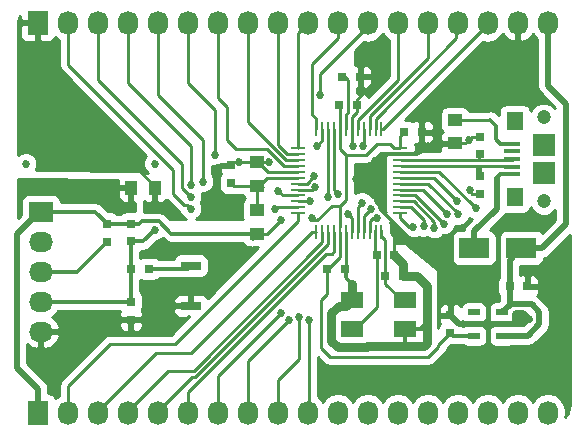
<source format=gtl>
%TF.GenerationSoftware,KiCad,Pcbnew,4.0.5-e0-6337~49~ubuntu16.04.1*%
%TF.CreationDate,2017-08-14T14:58:42-07:00*%
%TF.ProjectId,atsamd21g18-breakout,617473616D6432316731382D62726561,1.0*%
%TF.FileFunction,Copper,L1,Top,Signal*%
%FSLAX46Y46*%
G04 Gerber Fmt 4.6, Leading zero omitted, Abs format (unit mm)*
G04 Created by KiCad (PCBNEW 4.0.5-e0-6337~49~ubuntu16.04.1) date Mon Aug 14 14:58:42 2017*
%MOMM*%
%LPD*%
G01*
G04 APERTURE LIST*
%ADD10C,0.350000*%
%ADD11R,1.350000X0.400000*%
%ADD12R,1.400000X1.600000*%
%ADD13C,1.200000*%
%ADD14R,1.900000X1.900000*%
%ADD15R,0.800000X0.750000*%
%ADD16R,0.750000X0.800000*%
%ADD17R,1.250000X1.000000*%
%ADD18R,2.499360X1.800860*%
%ADD19R,1.000000X1.250000*%
%ADD20R,1.700000X0.800000*%
%ADD21R,1.300000X0.250000*%
%ADD22R,0.250000X1.300000*%
%ADD23R,1.905000X1.397000*%
%ADD24R,1.000000X0.600000*%
%ADD25R,1.727200X2.032000*%
%ADD26O,1.727200X2.032000*%
%ADD27R,2.032000X1.727200*%
%ADD28O,2.032000X1.727200*%
%ADD29C,0.685800*%
%ADD30C,0.508000*%
%ADD31C,0.254000*%
%ADD32C,0.762000*%
%ADD33C,0.330200*%
%ADD34C,0.330200*%
%ADD35C,0.350000*%
G04 APERTURE END LIST*
D10*
D11*
X62222000Y-42467200D03*
X62222000Y-41817200D03*
X62222000Y-41168100D03*
X62222000Y-40517200D03*
X62222000Y-39867200D03*
D12*
X62447000Y-44367200D03*
D13*
X64897000Y-44717200D03*
D14*
X64897000Y-42367200D03*
X64897000Y-39967200D03*
D12*
X62447000Y-37967200D03*
D13*
X64897000Y-37617200D03*
D15*
X62000000Y-51943000D03*
X63500000Y-51943000D03*
D16*
X56997600Y-55881400D03*
X56997600Y-54381400D03*
D17*
X40614600Y-43427400D03*
X40614600Y-41427400D03*
D16*
X29946600Y-53250400D03*
X29946600Y-54750400D03*
D15*
X50746600Y-49288200D03*
X52246600Y-49288200D03*
D16*
X38455600Y-43193400D03*
X38455600Y-41693400D03*
D15*
X51496600Y-51088200D03*
X52996600Y-51088200D03*
X47599600Y-36601400D03*
X49099600Y-36601400D03*
X46583600Y-50444400D03*
X48083600Y-50444400D03*
X53060600Y-38887400D03*
X54560600Y-38887400D03*
D16*
X59461400Y-42595800D03*
X59461400Y-44095800D03*
D18*
X63002160Y-48691800D03*
X59004200Y-48691800D03*
D16*
X59461400Y-40767000D03*
X59461400Y-39267000D03*
D17*
X57378600Y-37846000D03*
X57378600Y-39846000D03*
D19*
X29946600Y-43586400D03*
X31946600Y-43586400D03*
D17*
X40614600Y-45491400D03*
X40614600Y-47491400D03*
D16*
X27914600Y-46646400D03*
X27914600Y-48146400D03*
X29946600Y-46634400D03*
X29946600Y-48134400D03*
D15*
X29970600Y-50444400D03*
X31470600Y-50444400D03*
D20*
X35026600Y-53590400D03*
X35026600Y-50190400D03*
D21*
X44055600Y-40245600D03*
X44055600Y-40745600D03*
X44055600Y-41245600D03*
X44055600Y-41745600D03*
X44055600Y-42245600D03*
X44055600Y-42745600D03*
X44055600Y-43245600D03*
X44055600Y-43745600D03*
X44055600Y-44245600D03*
X44055600Y-44745600D03*
X44055600Y-45245600D03*
X44055600Y-45745600D03*
D22*
X45655600Y-47345600D03*
X46155600Y-47345600D03*
X46655600Y-47345600D03*
X47155600Y-47345600D03*
X47655600Y-47345600D03*
X48155600Y-47345600D03*
X48655600Y-47345600D03*
X49155600Y-47345600D03*
X49655600Y-47345600D03*
X50155600Y-47345600D03*
X50655600Y-47345600D03*
X51155600Y-47345600D03*
D21*
X52755600Y-45745600D03*
X52755600Y-45245600D03*
X52755600Y-44745600D03*
X52755600Y-44245600D03*
X52755600Y-43745600D03*
X52755600Y-43245600D03*
X52755600Y-42745600D03*
X52755600Y-42245600D03*
X52755600Y-41745600D03*
X52755600Y-41245600D03*
X52755600Y-40745600D03*
X52755600Y-40245600D03*
D22*
X51155600Y-38645600D03*
X50655600Y-38645600D03*
X50155600Y-38645600D03*
X49655600Y-38645600D03*
X49155600Y-38645600D03*
X48655600Y-38645600D03*
X48155600Y-38645600D03*
X47655600Y-38645600D03*
X47155600Y-38645600D03*
X46655600Y-38645600D03*
X46155600Y-38645600D03*
X45655600Y-38645600D03*
D23*
X53117000Y-53088200D03*
X48646600Y-53088200D03*
X53117000Y-55577400D03*
X48646600Y-55577400D03*
D24*
X61372600Y-56127200D03*
X61372600Y-55137200D03*
X61372600Y-54147200D03*
X58972600Y-54147200D03*
X58972600Y-56127200D03*
D25*
X22072600Y-29616400D03*
D26*
X24612600Y-29616400D03*
X27152600Y-29616400D03*
X29692600Y-29616400D03*
X32232600Y-29616400D03*
X34772600Y-29616400D03*
X37312600Y-29616400D03*
X39852600Y-29616400D03*
X42392600Y-29616400D03*
X44932600Y-29616400D03*
X47472600Y-29616400D03*
X50012600Y-29616400D03*
X52552600Y-29616400D03*
X55092600Y-29616400D03*
X57632600Y-29616400D03*
X60172600Y-29616400D03*
X62712600Y-29616400D03*
X65252600Y-29616400D03*
D25*
X22072600Y-62636400D03*
D26*
X24612600Y-62636400D03*
X27152600Y-62636400D03*
X29692600Y-62636400D03*
X32232600Y-62636400D03*
X34772600Y-62636400D03*
X37312600Y-62636400D03*
X39852600Y-62636400D03*
X42392600Y-62636400D03*
X44932600Y-62636400D03*
X47472600Y-62636400D03*
X50012600Y-62636400D03*
X52552600Y-62636400D03*
X55092600Y-62636400D03*
X57632600Y-62636400D03*
X60172600Y-62636400D03*
X62712600Y-62636400D03*
X65252600Y-62636400D03*
D27*
X22326600Y-45618400D03*
D28*
X22326600Y-48158400D03*
X22326600Y-50698400D03*
X22326600Y-53238400D03*
X22326600Y-55778400D03*
D15*
X47853600Y-34188400D03*
X49353600Y-34188400D03*
D29*
X31978600Y-41554400D03*
X21056600Y-41554400D03*
X48996600Y-42824400D03*
X50647600Y-44221400D03*
X51155600Y-34315400D03*
X28422600Y-43586400D03*
X49250600Y-59080400D03*
X46202600Y-60604400D03*
X30962600Y-54762400D03*
X33248600Y-53746400D03*
X63637194Y-54670994D03*
X52806600Y-47396400D03*
X58625566Y-43815023D03*
X50647600Y-41371983D03*
X54584600Y-37490400D03*
X49504600Y-35458400D03*
X54584600Y-40157400D03*
X48711724Y-40029268D03*
X63474600Y-50698400D03*
X58581200Y-39522400D03*
X45275490Y-46147042D03*
X42619601Y-46365399D03*
X41614968Y-41419439D03*
X31978600Y-45364400D03*
X39090600Y-41427400D03*
X31978600Y-47142400D03*
X49600139Y-40061861D03*
X46629209Y-44375530D03*
X47472600Y-44094400D03*
X35026600Y-45364400D03*
X42138600Y-45364400D03*
X45110398Y-44737175D03*
X35026600Y-44348400D03*
X35026600Y-43332400D03*
X42392600Y-43840400D03*
X45948600Y-35712400D03*
X45694600Y-40030400D03*
X42628345Y-54240047D03*
X48339922Y-45831155D03*
X43327209Y-54789530D03*
X49504600Y-44856400D03*
X44170600Y-54508400D03*
X50266600Y-45364400D03*
X45013991Y-54789530D03*
X50774600Y-46126400D03*
X53849185Y-46892309D03*
X54737839Y-46867078D03*
X55619729Y-46979386D03*
X56447555Y-46655277D03*
X56713941Y-45788399D03*
X57651011Y-45826733D03*
X57574781Y-44712353D03*
X59133282Y-45318932D03*
X45509570Y-43547054D03*
X36042600Y-43078400D03*
X37058600Y-40792400D03*
X45440600Y-42570400D03*
D30*
X62044949Y-53474851D02*
X62000000Y-53519800D01*
X63879203Y-53474851D02*
X62044949Y-53474851D01*
X64528702Y-55146450D02*
X64528702Y-54124350D01*
X64528702Y-54124350D02*
X63879203Y-53474851D01*
X63547952Y-56127200D02*
X64528702Y-55146450D01*
X61372600Y-56127200D02*
X63547952Y-56127200D01*
X66776600Y-36474400D02*
X65252600Y-34950400D01*
X65252600Y-34950400D02*
X65252600Y-29616400D01*
X66776600Y-46675040D02*
X66776600Y-36474400D01*
X63002160Y-48691800D02*
X64759840Y-48691800D01*
X64759840Y-48691800D02*
X66776600Y-46675040D01*
X62000000Y-51943000D02*
X62000000Y-53519800D01*
X62000000Y-53519800D02*
X61372600Y-54147200D01*
X62000000Y-51943000D02*
X62000000Y-49693960D01*
X62000000Y-49693960D02*
X63002160Y-48691800D01*
D31*
X51155600Y-34315400D02*
X49480600Y-34315400D01*
X49480600Y-34315400D02*
X49353600Y-34188400D01*
D30*
X50647600Y-34442400D02*
X51028600Y-34442400D01*
D31*
X50647600Y-44221400D02*
X50393600Y-44221400D01*
X50393600Y-44221400D02*
X48996600Y-42824400D01*
X50647600Y-44221400D02*
X50647600Y-44602400D01*
X50647600Y-41371983D02*
X50647600Y-44221400D01*
X57886600Y-60604400D02*
X47980600Y-60604400D01*
X47980600Y-60604400D02*
X47726600Y-60604400D01*
X46202600Y-60604400D02*
X47980600Y-60604400D01*
X51282600Y-45364400D02*
X51536600Y-45618400D01*
X51028600Y-45364400D02*
X51282600Y-45364400D01*
X51028600Y-44856400D02*
X51028600Y-45364400D01*
X50774600Y-44602400D02*
X51028600Y-44856400D01*
X50647600Y-44602400D02*
X50647600Y-44749208D01*
X50647600Y-44602400D02*
X50774600Y-44602400D01*
X50647600Y-44749208D02*
X50939702Y-45041310D01*
X50939702Y-45041310D02*
X50939702Y-45295310D01*
X50939702Y-45295310D02*
X57289710Y-51645318D01*
X57289710Y-51645318D02*
X57289710Y-53378717D01*
X57289710Y-53378717D02*
X56997600Y-53670827D01*
X56997600Y-53670827D02*
X56997600Y-54381400D01*
D30*
X29946600Y-43586400D02*
X28422600Y-43586400D01*
D31*
X47726600Y-60604400D02*
X49250600Y-59080400D01*
X60172600Y-58318400D02*
X57886600Y-60604400D01*
X60172600Y-55583200D02*
X60172600Y-58318400D01*
X61372600Y-55137200D02*
X60618600Y-55137200D01*
X60618600Y-55137200D02*
X60172600Y-55583200D01*
X29946600Y-54750400D02*
X30950600Y-54750400D01*
X30950600Y-54750400D02*
X30962600Y-54762400D01*
X35026600Y-53590400D02*
X33404600Y-53590400D01*
X33404600Y-53590400D02*
X33248600Y-53746400D01*
X52246600Y-49288200D02*
X52246600Y-47956400D01*
X52246600Y-47956400D02*
X52806600Y-47396400D01*
X48155600Y-47345600D02*
X48155600Y-51254400D01*
X48155600Y-51254400D02*
X48083600Y-51182400D01*
X48083600Y-51182400D02*
X48083600Y-50444400D01*
X48155600Y-51254400D02*
X48646600Y-51745400D01*
D30*
X61372600Y-55137200D02*
X63170988Y-55137200D01*
X63170988Y-55137200D02*
X63637194Y-54670994D01*
X62458600Y-54254400D02*
X62458600Y-55016400D01*
X62526939Y-54186061D02*
X62458600Y-54254400D01*
X63006886Y-54186061D02*
X62526939Y-54186061D01*
X63006886Y-54186061D02*
X63152261Y-54186061D01*
X63152261Y-54186061D02*
X63637194Y-54670994D01*
X63637194Y-54670994D02*
X63728600Y-54762400D01*
D31*
X62540680Y-55137200D02*
X62663987Y-55013893D01*
X61372600Y-55137200D02*
X62540680Y-55137200D01*
X62663987Y-55013893D02*
X63006886Y-54670994D01*
D30*
X63006886Y-54186061D02*
X63006886Y-54670994D01*
X56997600Y-54381400D02*
X57753400Y-55137200D01*
X57753400Y-55137200D02*
X61372600Y-55137200D01*
D31*
X56997600Y-54381400D02*
X56997600Y-51587400D01*
X56997600Y-51587400D02*
X52806600Y-47396400D01*
X58832400Y-44095800D02*
X58625566Y-43888966D01*
X59461400Y-44095800D02*
X58832400Y-44095800D01*
X58625566Y-43888966D02*
X58625566Y-43815023D01*
X52755600Y-40745600D02*
X51273983Y-40745600D01*
X51273983Y-40745600D02*
X50647600Y-41371983D01*
X54560600Y-38887400D02*
X54560600Y-37514400D01*
X54560600Y-37514400D02*
X54584600Y-37490400D01*
X49504600Y-35458400D02*
X49504600Y-35299400D01*
X49504600Y-35712400D02*
X49504600Y-35458400D01*
X49099600Y-36601400D02*
X49124600Y-36601400D01*
X49099600Y-37185645D02*
X49099600Y-36601400D01*
X48655600Y-38645600D02*
X48655600Y-37629645D01*
X48655600Y-37629645D02*
X49099600Y-37185645D01*
X48655600Y-38645600D02*
X48655600Y-39973144D01*
X48655600Y-39973144D02*
X48711724Y-40029268D01*
X52755600Y-40745600D02*
X53996400Y-40745600D01*
X53996400Y-40745600D02*
X54584600Y-40157400D01*
D32*
X54991000Y-51920600D02*
X54991000Y-54762400D01*
X54991000Y-54762400D02*
X54991000Y-55524400D01*
D31*
X53117000Y-55577400D02*
X54323500Y-55577400D01*
X54323500Y-55577400D02*
X54991000Y-54909900D01*
X54991000Y-54909900D02*
X54991000Y-54762400D01*
D33*
X52755600Y-40745600D02*
X51489873Y-40745600D01*
X51489873Y-40745600D02*
X51206389Y-41029084D01*
X51206389Y-41029084D02*
X50863490Y-41371983D01*
D31*
X49099600Y-36601400D02*
X49099600Y-36117400D01*
X49099600Y-36117400D02*
X49504600Y-35712400D01*
X54402200Y-40538400D02*
X55094600Y-39846000D01*
D33*
X52755600Y-40745600D02*
X54195000Y-40745600D01*
X54195000Y-40745600D02*
X54402200Y-40538400D01*
D32*
X54991000Y-55524400D02*
X54991000Y-56769000D01*
D33*
X54938000Y-55577400D02*
X53117000Y-55577400D01*
X54991000Y-55524400D02*
X54938000Y-55577400D01*
D32*
X54737000Y-57023000D02*
X53060600Y-57023000D01*
X53060600Y-57023000D02*
X49956900Y-57023000D01*
D33*
X53117000Y-55577400D02*
X53117000Y-56966600D01*
X53117000Y-56966600D02*
X53060600Y-57023000D01*
D31*
X63500000Y-51943000D02*
X63500000Y-50723800D01*
X63500000Y-50723800D02*
X63474600Y-50698400D01*
X58581200Y-39522400D02*
X58257600Y-39846000D01*
X58831000Y-39272600D02*
X58581200Y-39522400D01*
X58831000Y-39268400D02*
X58831000Y-39272600D01*
X58257600Y-39846000D02*
X57378600Y-39846000D01*
X59461400Y-39267000D02*
X58832400Y-39267000D01*
X58832400Y-39267000D02*
X58831000Y-39268400D01*
D32*
X48646600Y-53088200D02*
X48646600Y-52247800D01*
X48646600Y-52247800D02*
X48646600Y-51745400D01*
X52996600Y-51088200D02*
X54158600Y-51088200D01*
X54158600Y-51088200D02*
X54991000Y-51920600D01*
X46913800Y-54229000D02*
X47523400Y-53619400D01*
X54991000Y-56769000D02*
X54737000Y-57023000D01*
X49956900Y-57023000D02*
X49906100Y-57073800D01*
X47440438Y-57073800D02*
X46913800Y-56547162D01*
X49906100Y-57073800D02*
X47440438Y-57073800D01*
X46913800Y-56547162D02*
X46913800Y-54229000D01*
X47523400Y-53619400D02*
X48115400Y-53619400D01*
X48115400Y-53619400D02*
X48646600Y-53088200D01*
X52246600Y-49288200D02*
X52996600Y-50038200D01*
X52996600Y-50038200D02*
X52996600Y-51088200D01*
X48646600Y-53088200D02*
X48359400Y-53088200D01*
D31*
X47655600Y-38645600D02*
X47655600Y-40340400D01*
X47655600Y-40340400D02*
X48145702Y-40830502D01*
X49865792Y-40792400D02*
X48107600Y-40792400D01*
X47655600Y-45110400D02*
X48145702Y-44620298D01*
X48145702Y-44620298D02*
X48145702Y-40830502D01*
X48145702Y-40830502D02*
X48107600Y-40792400D01*
D30*
X20294600Y-58826400D02*
X20294600Y-47498000D01*
X20294600Y-47498000D02*
X22174200Y-45618400D01*
X22174200Y-45618400D02*
X22326600Y-45618400D01*
X22072600Y-60604400D02*
X20294600Y-58826400D01*
X22072600Y-62636400D02*
X22072600Y-60604400D01*
D31*
X55981600Y-56922400D02*
X56997600Y-55906400D01*
X56997600Y-55906400D02*
X56997600Y-55881400D01*
X55981600Y-57048400D02*
X55981600Y-56922400D01*
X55092600Y-57937400D02*
X55981600Y-57048400D01*
X46075600Y-53111400D02*
X46075600Y-57175400D01*
X46583600Y-50551592D02*
X46583600Y-52603400D01*
X46583600Y-52603400D02*
X46075600Y-53111400D01*
X47655600Y-49479592D02*
X46583600Y-50551592D01*
X47655600Y-47345600D02*
X47655600Y-49479592D01*
X46075600Y-57175400D02*
X46837600Y-57937400D01*
X46837600Y-57937400D02*
X55092600Y-57937400D01*
X45709601Y-46365399D02*
X45493847Y-46365399D01*
X45493847Y-46365399D02*
X45275490Y-46147042D01*
X46964600Y-45110400D02*
X45709601Y-46365399D01*
X45709601Y-46365399D02*
X45694600Y-46365399D01*
X41493600Y-47491400D02*
X42619601Y-46365399D01*
X47655600Y-45110400D02*
X46964600Y-45110400D01*
X40614600Y-47491400D02*
X41493600Y-47491400D01*
X47655600Y-45110400D02*
X47655600Y-46928393D01*
D33*
X30651800Y-46634400D02*
X29946600Y-46634400D01*
X30855002Y-46431198D02*
X30651800Y-46634400D01*
X32319978Y-46431198D02*
X30855002Y-46431198D01*
X33380180Y-47491400D02*
X32319978Y-46431198D01*
X40614600Y-47491400D02*
X33380180Y-47491400D01*
X22326600Y-45618400D02*
X26911600Y-45618400D01*
X26911600Y-45618400D02*
X27914600Y-46621400D01*
X27914600Y-46621400D02*
X27914600Y-46646400D01*
X29946600Y-46634400D02*
X27926600Y-46634400D01*
X27926600Y-46634400D02*
X27914600Y-46646400D01*
D31*
X40201600Y-47904400D02*
X40614600Y-47491400D01*
X52755600Y-40245600D02*
X52755600Y-39192400D01*
X52755600Y-39192400D02*
X53060600Y-38887400D01*
X47599600Y-36601400D02*
X47655600Y-36657400D01*
X47655600Y-36657400D02*
X47655600Y-38645600D01*
X50791592Y-39866600D02*
X49865792Y-40792400D01*
X51851600Y-39866600D02*
X50791592Y-39866600D01*
X52230600Y-40245600D02*
X51851600Y-39866600D01*
X52755600Y-40245600D02*
X52230600Y-40245600D01*
X40614600Y-47491400D02*
X40739600Y-47491400D01*
D33*
X58972600Y-56127200D02*
X57243400Y-56127200D01*
X57243400Y-56127200D02*
X56997600Y-55881400D01*
D31*
X40614600Y-45491400D02*
X40614600Y-43427400D01*
X40614600Y-43427400D02*
X38689600Y-43427400D01*
X38689600Y-43427400D02*
X38455600Y-43193400D01*
X44055600Y-42745600D02*
X41455400Y-42745600D01*
X41455400Y-42745600D02*
X40773600Y-43427400D01*
X40773600Y-43427400D02*
X40614600Y-43427400D01*
X41154600Y-43554400D02*
X40614600Y-43554400D01*
X41607007Y-41427400D02*
X41614968Y-41419439D01*
X40614600Y-41427400D02*
X41607007Y-41427400D01*
X31946600Y-43586400D02*
X31946600Y-43461400D01*
X31946600Y-43461400D02*
X30039600Y-41554400D01*
X31946600Y-43586400D02*
X31946600Y-45332400D01*
X31946600Y-45332400D02*
X31978600Y-45364400D01*
X38455600Y-41693400D02*
X37173600Y-41693400D01*
X39090600Y-41427400D02*
X38721600Y-41427400D01*
X40614600Y-41427400D02*
X39090600Y-41427400D01*
X38721600Y-41427400D02*
X38455600Y-41693400D01*
X44055600Y-42245600D02*
X41557800Y-42245600D01*
X41557800Y-42245600D02*
X40739600Y-41427400D01*
D33*
X29946600Y-48134400D02*
X30986600Y-48134400D01*
X30986600Y-48134400D02*
X31978600Y-47142400D01*
X29946600Y-50444400D02*
X29946600Y-48134400D01*
X29946600Y-53250400D02*
X29946600Y-50444400D01*
X22326600Y-53238400D02*
X29934600Y-53238400D01*
X29934600Y-53238400D02*
X29946600Y-53250400D01*
D31*
X49655600Y-38645600D02*
X49655600Y-40006400D01*
X49655600Y-40006400D02*
X49600139Y-40061861D01*
X47853600Y-34188400D02*
X48107600Y-34188400D01*
X48107600Y-34188400D02*
X48361600Y-34442400D01*
X48361600Y-34442400D02*
X48361600Y-37208762D01*
X48361600Y-37208762D02*
X48155600Y-37414762D01*
X48155600Y-37414762D02*
X48155600Y-38645600D01*
X50746600Y-49288200D02*
X50746600Y-53731400D01*
X50746600Y-53731400D02*
X48900600Y-55577400D01*
X48900600Y-55577400D02*
X48646600Y-55577400D01*
X50617266Y-47167201D02*
X50617266Y-49158866D01*
X50617266Y-49158866D02*
X50746600Y-49288200D01*
X51496600Y-51088200D02*
X51496600Y-51721800D01*
X51496600Y-51721800D02*
X52863000Y-53088200D01*
X52863000Y-53088200D02*
X53117000Y-53088200D01*
X51117266Y-47167201D02*
X51117266Y-47692201D01*
X51476801Y-48051736D02*
X51476801Y-50157999D01*
X51117266Y-47692201D02*
X51476801Y-48051736D01*
X51476801Y-50157999D02*
X51496600Y-50177798D01*
X51496600Y-50177798D02*
X51496600Y-51088200D01*
X57378600Y-41770401D02*
X57531000Y-41770401D01*
X55118000Y-41770401D02*
X57378600Y-41770401D01*
X59436000Y-41770401D02*
X60172600Y-41770401D01*
X60172600Y-41770401D02*
X62175201Y-41770401D01*
X57378600Y-41770401D02*
X60172600Y-41770401D01*
X55003266Y-41770401D02*
X55118000Y-41770401D01*
X52781000Y-41775000D02*
X53685000Y-41775000D01*
X53685000Y-41775000D02*
X53689599Y-41770401D01*
X53689599Y-41770401D02*
X55118000Y-41770401D01*
X59454400Y-41935400D02*
X59454400Y-41788801D01*
D30*
X59454400Y-42722800D02*
X59454400Y-41935400D01*
D31*
X59454400Y-41788801D02*
X59436000Y-41770401D01*
X62175201Y-41770401D02*
X62222000Y-41817200D01*
D30*
X59004200Y-48691800D02*
X59004200Y-47283370D01*
X59004200Y-47283370D02*
X60909200Y-45378370D01*
X60909200Y-45378370D02*
X60909200Y-42774800D01*
D33*
X60909200Y-42774800D02*
X61216800Y-42467200D01*
X61216800Y-42467200D02*
X62222000Y-42467200D01*
D31*
X57378600Y-41270401D02*
X57556400Y-41270401D01*
X55003266Y-41270401D02*
X57378600Y-41270401D01*
X59461400Y-41270401D02*
X59918600Y-41270401D01*
X59918600Y-41270401D02*
X62235299Y-41270401D01*
X57378600Y-41270401D02*
X59918600Y-41270401D01*
X52781000Y-41275000D02*
X54998667Y-41275000D01*
X54998667Y-41275000D02*
X55003266Y-41270401D01*
X59454400Y-40741600D02*
X59454400Y-41263401D01*
X59454400Y-41263401D02*
X59461400Y-41270401D01*
X62235299Y-41270401D02*
X62279400Y-41226300D01*
X46655600Y-38645600D02*
X46655600Y-44349139D01*
X46655600Y-44349139D02*
X46629209Y-44375530D01*
X47155600Y-43777400D02*
X47472600Y-44094400D01*
X47155600Y-38645600D02*
X47155600Y-43777400D01*
D33*
X27914600Y-48146400D02*
X27914600Y-48171400D01*
X27914600Y-48171400D02*
X25387600Y-50698400D01*
X25387600Y-50698400D02*
X23672800Y-50698400D01*
X23672800Y-50698400D02*
X22326600Y-50698400D01*
D31*
X60375800Y-37846000D02*
X57378600Y-37846000D01*
D33*
X60858400Y-38328600D02*
X60375800Y-37846000D01*
X60858400Y-39508800D02*
X60858400Y-38328600D01*
X62222000Y-39867200D02*
X61216800Y-39867200D01*
X61216800Y-39867200D02*
X60858400Y-39508800D01*
X31470600Y-50444400D02*
X34772600Y-50444400D01*
X34772600Y-50444400D02*
X35026600Y-50190400D01*
D31*
X33502600Y-42062400D02*
X24612600Y-33172400D01*
X24612600Y-33172400D02*
X24612600Y-29616400D01*
X33502600Y-44094400D02*
X33502600Y-42062400D01*
X34429701Y-45021501D02*
X33502600Y-44094400D01*
X35026600Y-45364400D02*
X34683701Y-45021501D01*
X34683701Y-45021501D02*
X34429701Y-45021501D01*
X44055600Y-45245600D02*
X42257400Y-45245600D01*
X42257400Y-45245600D02*
X42138600Y-45364400D01*
X44055600Y-44745600D02*
X45101973Y-44745600D01*
X45101973Y-44745600D02*
X45110398Y-44737175D01*
X34264600Y-41554400D02*
X34264600Y-43586400D01*
X34264600Y-43586400D02*
X35026600Y-44348400D01*
X27152600Y-34442400D02*
X34264600Y-41554400D01*
X27152600Y-29768800D02*
X27152600Y-34442400D01*
X27152600Y-29616400D02*
X27152600Y-29768800D01*
X35026600Y-43332400D02*
X35026600Y-40030400D01*
X35026600Y-40030400D02*
X29692600Y-34696400D01*
X29692600Y-34696400D02*
X29692600Y-29616400D01*
X44055600Y-44245600D02*
X42797800Y-44245600D01*
X42797800Y-44245600D02*
X42392600Y-43840400D01*
X29692600Y-62484000D02*
X29692600Y-62636400D01*
X35257414Y-59080400D02*
X33096200Y-59080400D01*
X46155600Y-47345600D02*
X46155600Y-48182214D01*
X33096200Y-59080400D02*
X29692600Y-62484000D01*
X46155600Y-48182214D02*
X35257414Y-59080400D01*
X32080200Y-57556400D02*
X35065800Y-57556400D01*
X35065800Y-57556400D02*
X45276600Y-47345600D01*
X45276600Y-47345600D02*
X45655600Y-47345600D01*
X27152600Y-62636400D02*
X27152600Y-62484000D01*
X27152600Y-62484000D02*
X32080200Y-57556400D01*
X37312600Y-30886400D02*
X37312600Y-29616400D01*
X38074600Y-36728400D02*
X37312600Y-35966400D01*
X42893053Y-41745600D02*
X41431853Y-40284400D01*
X41431853Y-40284400D02*
X38836600Y-40284400D01*
X38074600Y-39522400D02*
X38074600Y-36728400D01*
X44055600Y-41745600D02*
X42893053Y-41745600D01*
X38836600Y-40284400D02*
X38074600Y-39522400D01*
X37312600Y-35966400D02*
X37312600Y-30886400D01*
X39852600Y-30886400D02*
X39852600Y-29616400D01*
X39852600Y-38058554D02*
X39852600Y-30886400D01*
X44055600Y-41245600D02*
X43039646Y-41245600D01*
X43039646Y-41245600D02*
X39852600Y-38058554D01*
X44055600Y-40745600D02*
X44010801Y-40700801D01*
X44010801Y-40700801D02*
X43141439Y-40700801D01*
X43141439Y-40700801D02*
X42392600Y-39951962D01*
X42392600Y-39951962D02*
X42392600Y-30886400D01*
X42392600Y-30886400D02*
X42392600Y-29616400D01*
X44055600Y-40245600D02*
X44055600Y-30493400D01*
X44055600Y-30493400D02*
X44932600Y-29616400D01*
X45655600Y-37741600D02*
X45655600Y-38645600D01*
X45275499Y-37361499D02*
X45655600Y-37741600D01*
X47472600Y-29616400D02*
X47472600Y-30886400D01*
X47472600Y-30886400D02*
X45275499Y-33083501D01*
X45275499Y-33083501D02*
X45275499Y-37361499D01*
X50012600Y-29616400D02*
X50012600Y-29870400D01*
X50012600Y-29870400D02*
X45948600Y-33934400D01*
X45948600Y-33934400D02*
X45948600Y-35712400D01*
X50012600Y-29768800D02*
X50012600Y-29616400D01*
X46155600Y-38645600D02*
X46155600Y-39569400D01*
X46155600Y-39569400D02*
X45694600Y-40030400D01*
X52552600Y-30886400D02*
X52552600Y-29616400D01*
X52552600Y-34468573D02*
X52552600Y-30886400D01*
X49155600Y-38645600D02*
X49155600Y-37865573D01*
X49155600Y-37865573D02*
X52552600Y-34468573D01*
X55092600Y-29616400D02*
X55092600Y-32575165D01*
X50155600Y-37741600D02*
X50155600Y-38645600D01*
X50155600Y-37512165D02*
X50155600Y-37741600D01*
X55092600Y-32575165D02*
X50155600Y-37512165D01*
X57510800Y-30886400D02*
X57510800Y-29738200D01*
X57510800Y-29738200D02*
X57632600Y-29616400D01*
X50655600Y-38645600D02*
X50655600Y-37741600D01*
X50655600Y-37741600D02*
X57510800Y-30886400D01*
X60172600Y-29616400D02*
X60172600Y-29768800D01*
X51295800Y-38645600D02*
X51155600Y-38645600D01*
X60172600Y-29768800D02*
X51295800Y-38645600D01*
X28168600Y-56794400D02*
X24612600Y-60350400D01*
X24612600Y-60350400D02*
X24612600Y-62636400D01*
X33666962Y-56794400D02*
X28168600Y-56794400D01*
X44055600Y-45745600D02*
X44055600Y-46405762D01*
X44055600Y-46405762D02*
X33666962Y-56794400D01*
X35396008Y-59588400D02*
X35128200Y-59588400D01*
X46655600Y-48328808D02*
X35396008Y-59588400D01*
X32232600Y-62484000D02*
X32232600Y-62636400D01*
X35128200Y-59588400D02*
X32232600Y-62484000D01*
X46655600Y-47345600D02*
X46655600Y-48328808D01*
X34772600Y-60858400D02*
X34772600Y-62636400D01*
X45158962Y-50472038D02*
X34772600Y-60858400D01*
X46484238Y-49174400D02*
X45186600Y-50472038D01*
X45186600Y-50472038D02*
X45158962Y-50472038D01*
X47155600Y-48983400D02*
X46964600Y-49174400D01*
X46964600Y-49174400D02*
X46484238Y-49174400D01*
X47155600Y-47345600D02*
X47155600Y-48983400D01*
X47155600Y-47345600D02*
X47155600Y-48221400D01*
X37312600Y-59555792D02*
X42628345Y-54240047D01*
X37312600Y-62636400D02*
X37312600Y-59555792D01*
X48655600Y-46146833D02*
X48339922Y-45831155D01*
X48655600Y-47345600D02*
X48655600Y-46146833D01*
X39852600Y-62636400D02*
X39852600Y-58264139D01*
X39852600Y-58264139D02*
X43327209Y-54789530D01*
X49155600Y-47345600D02*
X49155600Y-45205400D01*
X49155600Y-45205400D02*
X49504600Y-44856400D01*
X44170600Y-58064400D02*
X42392600Y-59842400D01*
X42392600Y-59842400D02*
X42392600Y-62636400D01*
X44170600Y-54508400D02*
X44170600Y-58064400D01*
X49655600Y-47345600D02*
X49655600Y-45975400D01*
X49655600Y-45975400D02*
X50266600Y-45364400D01*
X45013991Y-54789530D02*
X45013991Y-62555009D01*
X45013991Y-62555009D02*
X44932600Y-62636400D01*
X50155600Y-46441600D02*
X50470800Y-46126400D01*
X50155600Y-47345600D02*
X50155600Y-46441600D01*
X50470800Y-46126400D02*
X50774600Y-46126400D01*
X52755600Y-45745600D02*
X52755600Y-46124600D01*
X52755600Y-46124600D02*
X53523309Y-46892309D01*
X53523309Y-46892309D02*
X53849185Y-46892309D01*
X53659600Y-45245600D02*
X54737839Y-46323839D01*
X54737839Y-46382145D02*
X54737839Y-46867078D01*
X52755600Y-45245600D02*
X53659600Y-45245600D01*
X54737839Y-46323839D02*
X54737839Y-46382145D01*
X52755600Y-44745600D02*
X53870876Y-44745600D01*
X53870876Y-44745600D02*
X55619729Y-46494453D01*
X55619729Y-46494453D02*
X55619729Y-46979386D01*
X54037878Y-44245600D02*
X56104656Y-46312378D01*
X56104656Y-46312378D02*
X56447555Y-46655277D01*
X52755600Y-44245600D02*
X54037878Y-44245600D01*
X56371042Y-45445500D02*
X56713941Y-45788399D01*
X52755600Y-43745600D02*
X54671142Y-43745600D01*
X54671142Y-43745600D02*
X56371042Y-45445500D01*
X55123065Y-43245600D02*
X57651011Y-45773546D01*
X57651011Y-45773546D02*
X57651011Y-45826733D01*
X52755600Y-43245600D02*
X55123065Y-43245600D01*
X57231882Y-44369454D02*
X57574781Y-44712353D01*
X55608028Y-42745600D02*
X57231882Y-44369454D01*
X52755600Y-42745600D02*
X55608028Y-42745600D01*
X58790383Y-44976033D02*
X59133282Y-45318932D01*
X52755600Y-42245600D02*
X56059950Y-42245600D01*
X56059950Y-42245600D02*
X58790383Y-44976033D01*
X44055600Y-43745600D02*
X45311024Y-43745600D01*
X45311024Y-43745600D02*
X45509570Y-43547054D01*
X36042600Y-39522400D02*
X36042600Y-43078400D01*
X32232600Y-35712400D02*
X36042600Y-39522400D01*
X32232600Y-29616400D02*
X32232600Y-35712400D01*
X45097701Y-42913299D02*
X45440600Y-42570400D01*
X45097701Y-42984367D02*
X45097701Y-42913299D01*
X44055600Y-43245600D02*
X44836468Y-43245600D01*
X44836468Y-43245600D02*
X45097701Y-42984367D01*
X37058600Y-36982400D02*
X34772600Y-34696400D01*
X34772600Y-34696400D02*
X34772600Y-29616400D01*
X37058600Y-40792400D02*
X37058600Y-36982400D01*
G36*
X63849408Y-45415857D02*
X64196515Y-45763571D01*
X64650266Y-45951985D01*
X65141579Y-45952414D01*
X65595657Y-45764792D01*
X65887600Y-45473359D01*
X65887600Y-46306804D01*
X64770175Y-47424229D01*
X64715930Y-47339929D01*
X64503730Y-47194939D01*
X64251840Y-47143930D01*
X61752480Y-47143930D01*
X61517163Y-47188208D01*
X61301039Y-47327280D01*
X61156049Y-47539480D01*
X61105040Y-47791370D01*
X61105040Y-49592230D01*
X61117774Y-49659905D01*
X61111000Y-49693960D01*
X61111000Y-51158879D01*
X61003569Y-51316110D01*
X60952560Y-51568000D01*
X60952560Y-52318000D01*
X60996838Y-52553317D01*
X61111000Y-52730730D01*
X61111000Y-53151564D01*
X61062804Y-53199760D01*
X60872600Y-53199760D01*
X60637283Y-53244038D01*
X60421159Y-53383110D01*
X60276169Y-53595310D01*
X60225160Y-53847200D01*
X60225160Y-54447200D01*
X60263164Y-54649174D01*
X60237600Y-54710891D01*
X60237600Y-54851450D01*
X60396350Y-55010200D01*
X60571782Y-55010200D01*
X60620710Y-55043631D01*
X60872600Y-55094640D01*
X61872600Y-55094640D01*
X62107917Y-55050362D01*
X62170331Y-55010200D01*
X62348850Y-55010200D01*
X62507600Y-54851450D01*
X62507600Y-54710891D01*
X62480090Y-54644477D01*
X62520040Y-54447200D01*
X62520040Y-54363851D01*
X63510967Y-54363851D01*
X63639702Y-54492586D01*
X63639702Y-54778214D01*
X63179716Y-55238200D01*
X62135366Y-55238200D01*
X62124490Y-55230769D01*
X61872600Y-55179760D01*
X60872600Y-55179760D01*
X60637283Y-55224038D01*
X60574869Y-55264200D01*
X60396350Y-55264200D01*
X60237600Y-55422950D01*
X60237600Y-55563509D01*
X60265110Y-55629923D01*
X60225160Y-55827200D01*
X60225160Y-56427200D01*
X60269438Y-56662517D01*
X60408510Y-56878641D01*
X60620710Y-57023631D01*
X60872600Y-57074640D01*
X61872600Y-57074640D01*
X62107917Y-57030362D01*
X62129925Y-57016200D01*
X63547952Y-57016200D01*
X63888158Y-56948529D01*
X64176570Y-56755818D01*
X65157320Y-55775068D01*
X65256490Y-55626650D01*
X65350031Y-55486656D01*
X65417702Y-55146450D01*
X65417702Y-54124350D01*
X65350031Y-53784144D01*
X65157320Y-53495732D01*
X64507821Y-52846233D01*
X64442295Y-52802450D01*
X64365133Y-52750892D01*
X64438327Y-52677699D01*
X64535000Y-52444310D01*
X64535000Y-52228750D01*
X64376250Y-52070000D01*
X63627000Y-52070000D01*
X63627000Y-52090000D01*
X63373000Y-52090000D01*
X63373000Y-52070000D01*
X63353000Y-52070000D01*
X63353000Y-51816000D01*
X63373000Y-51816000D01*
X63373000Y-51091750D01*
X63627000Y-51091750D01*
X63627000Y-51816000D01*
X64376250Y-51816000D01*
X64535000Y-51657250D01*
X64535000Y-51441690D01*
X64438327Y-51208301D01*
X64259698Y-51029673D01*
X64026309Y-50933000D01*
X63785750Y-50933000D01*
X63627000Y-51091750D01*
X63373000Y-51091750D01*
X63214250Y-50933000D01*
X62973691Y-50933000D01*
X62889000Y-50968080D01*
X62889000Y-50239670D01*
X64251840Y-50239670D01*
X64487157Y-50195392D01*
X64703281Y-50056320D01*
X64848271Y-49844120D01*
X64899280Y-49592230D01*
X64899280Y-49553064D01*
X65100046Y-49513129D01*
X65388458Y-49320418D01*
X67081400Y-47627476D01*
X67081400Y-61931356D01*
X66929319Y-62695918D01*
X66711167Y-63022406D01*
X66751200Y-62821145D01*
X66751200Y-62451655D01*
X66637126Y-61878166D01*
X66312270Y-61391985D01*
X65826089Y-61067129D01*
X65252600Y-60953055D01*
X64679111Y-61067129D01*
X64192930Y-61391985D01*
X63982600Y-61706766D01*
X63772270Y-61391985D01*
X63286089Y-61067129D01*
X62712600Y-60953055D01*
X62139111Y-61067129D01*
X61652930Y-61391985D01*
X61442600Y-61706766D01*
X61232270Y-61391985D01*
X60746089Y-61067129D01*
X60172600Y-60953055D01*
X59599111Y-61067129D01*
X59112930Y-61391985D01*
X58902600Y-61706766D01*
X58692270Y-61391985D01*
X58206089Y-61067129D01*
X57632600Y-60953055D01*
X57059111Y-61067129D01*
X56572930Y-61391985D01*
X56362600Y-61706766D01*
X56152270Y-61391985D01*
X55666089Y-61067129D01*
X55092600Y-60953055D01*
X54519111Y-61067129D01*
X54032930Y-61391985D01*
X53822600Y-61706766D01*
X53612270Y-61391985D01*
X53126089Y-61067129D01*
X52552600Y-60953055D01*
X51979111Y-61067129D01*
X51492930Y-61391985D01*
X51282600Y-61706766D01*
X51072270Y-61391985D01*
X50586089Y-61067129D01*
X50012600Y-60953055D01*
X49439111Y-61067129D01*
X48952930Y-61391985D01*
X48742600Y-61706766D01*
X48532270Y-61391985D01*
X48046089Y-61067129D01*
X47472600Y-60953055D01*
X46899111Y-61067129D01*
X46412930Y-61391985D01*
X46202600Y-61706766D01*
X45992270Y-61391985D01*
X45775991Y-61247472D01*
X45775991Y-57953421D01*
X46298785Y-58476216D01*
X46446977Y-58575234D01*
X46545995Y-58641396D01*
X46837600Y-58699400D01*
X55092600Y-58699400D01*
X55384205Y-58641396D01*
X55631415Y-58476215D01*
X56520415Y-57587215D01*
X56541006Y-57556399D01*
X56685596Y-57340005D01*
X56696514Y-57285116D01*
X57052790Y-56928840D01*
X57372600Y-56928840D01*
X57380784Y-56927300D01*
X58079725Y-56927300D01*
X58220710Y-57023631D01*
X58472600Y-57074640D01*
X59472600Y-57074640D01*
X59707917Y-57030362D01*
X59924041Y-56891290D01*
X60069031Y-56679090D01*
X60120040Y-56427200D01*
X60120040Y-55827200D01*
X60075762Y-55591883D01*
X59936690Y-55375759D01*
X59724490Y-55230769D01*
X59472600Y-55179760D01*
X58472600Y-55179760D01*
X58237283Y-55224038D01*
X58077120Y-55327100D01*
X57991006Y-55327100D01*
X57975762Y-55246083D01*
X57909271Y-55142754D01*
X57910927Y-55141098D01*
X58007600Y-54907709D01*
X58007600Y-54897227D01*
X58008510Y-54898641D01*
X58220710Y-55043631D01*
X58472600Y-55094640D01*
X59472600Y-55094640D01*
X59707917Y-55050362D01*
X59924041Y-54911290D01*
X60069031Y-54699090D01*
X60120040Y-54447200D01*
X60120040Y-53847200D01*
X60075762Y-53611883D01*
X59936690Y-53395759D01*
X59724490Y-53250769D01*
X59472600Y-53199760D01*
X58472600Y-53199760D01*
X58237283Y-53244038D01*
X58021159Y-53383110D01*
X57879565Y-53590340D01*
X57732299Y-53443073D01*
X57498910Y-53346400D01*
X57283350Y-53346400D01*
X57124600Y-53505150D01*
X57124600Y-54254400D01*
X57144600Y-54254400D01*
X57144600Y-54508400D01*
X57124600Y-54508400D01*
X57124600Y-54528400D01*
X56870600Y-54528400D01*
X56870600Y-54508400D01*
X56146350Y-54508400D01*
X55987600Y-54667150D01*
X55987600Y-54907709D01*
X56084273Y-55141098D01*
X56085643Y-55142468D01*
X56026169Y-55229510D01*
X55981600Y-55449598D01*
X55981600Y-53855091D01*
X55987600Y-53855091D01*
X55987600Y-54095650D01*
X56146350Y-54254400D01*
X56870600Y-54254400D01*
X56870600Y-53505150D01*
X56711850Y-53346400D01*
X56496290Y-53346400D01*
X56262901Y-53443073D01*
X56084273Y-53621702D01*
X55987600Y-53855091D01*
X55981600Y-53855091D01*
X55981600Y-50698400D01*
X55966926Y-50639140D01*
X55935021Y-50600107D01*
X53141021Y-48314107D01*
X53110010Y-48295406D01*
X53060600Y-48285400D01*
X52790291Y-48285400D01*
X52772909Y-48278200D01*
X52532350Y-48278200D01*
X52525150Y-48285400D01*
X52238801Y-48285400D01*
X52238801Y-48051736D01*
X52180797Y-47760131D01*
X52146068Y-47708156D01*
X52015616Y-47512920D01*
X51928040Y-47425344D01*
X51928040Y-46695600D01*
X51886272Y-46473625D01*
X52105600Y-46518040D01*
X52119648Y-46518040D01*
X52216785Y-46663415D01*
X52984493Y-47431124D01*
X53046997Y-47472888D01*
X53294526Y-47720849D01*
X53653815Y-47870039D01*
X54042848Y-47870378D01*
X54324141Y-47754150D01*
X54542469Y-47844808D01*
X54931502Y-47845147D01*
X55052371Y-47795205D01*
X55065070Y-47807926D01*
X55424359Y-47957116D01*
X55813392Y-47957455D01*
X56172941Y-47808893D01*
X56349050Y-47633091D01*
X56641218Y-47633346D01*
X57000767Y-47484784D01*
X57276095Y-47209936D01*
X57425285Y-46850647D01*
X57425336Y-46791879D01*
X57455641Y-46804463D01*
X57844674Y-46804802D01*
X58204223Y-46656240D01*
X58479551Y-46381392D01*
X58577253Y-46146100D01*
X58578623Y-46147472D01*
X58793597Y-46236737D01*
X58375582Y-46654752D01*
X58182871Y-46943164D01*
X58142936Y-47143930D01*
X57754520Y-47143930D01*
X57519203Y-47188208D01*
X57303079Y-47327280D01*
X57158089Y-47539480D01*
X57107080Y-47791370D01*
X57107080Y-49592230D01*
X57151358Y-49827547D01*
X57290430Y-50043671D01*
X57502630Y-50188661D01*
X57754520Y-50239670D01*
X60253880Y-50239670D01*
X60489197Y-50195392D01*
X60705321Y-50056320D01*
X60850311Y-49844120D01*
X60901320Y-49592230D01*
X60901320Y-47791370D01*
X60857042Y-47556053D01*
X60717970Y-47339929D01*
X60505770Y-47194939D01*
X60376121Y-47168685D01*
X61537818Y-46006988D01*
X61560019Y-45973762D01*
X61675954Y-45800253D01*
X61747000Y-45814640D01*
X63147000Y-45814640D01*
X63382317Y-45770362D01*
X63598441Y-45631290D01*
X63743431Y-45419090D01*
X63778727Y-45244795D01*
X63849408Y-45415857D01*
X63849408Y-45415857D01*
G37*
X63849408Y-45415857D02*
X64196515Y-45763571D01*
X64650266Y-45951985D01*
X65141579Y-45952414D01*
X65595657Y-45764792D01*
X65887600Y-45473359D01*
X65887600Y-46306804D01*
X64770175Y-47424229D01*
X64715930Y-47339929D01*
X64503730Y-47194939D01*
X64251840Y-47143930D01*
X61752480Y-47143930D01*
X61517163Y-47188208D01*
X61301039Y-47327280D01*
X61156049Y-47539480D01*
X61105040Y-47791370D01*
X61105040Y-49592230D01*
X61117774Y-49659905D01*
X61111000Y-49693960D01*
X61111000Y-51158879D01*
X61003569Y-51316110D01*
X60952560Y-51568000D01*
X60952560Y-52318000D01*
X60996838Y-52553317D01*
X61111000Y-52730730D01*
X61111000Y-53151564D01*
X61062804Y-53199760D01*
X60872600Y-53199760D01*
X60637283Y-53244038D01*
X60421159Y-53383110D01*
X60276169Y-53595310D01*
X60225160Y-53847200D01*
X60225160Y-54447200D01*
X60263164Y-54649174D01*
X60237600Y-54710891D01*
X60237600Y-54851450D01*
X60396350Y-55010200D01*
X60571782Y-55010200D01*
X60620710Y-55043631D01*
X60872600Y-55094640D01*
X61872600Y-55094640D01*
X62107917Y-55050362D01*
X62170331Y-55010200D01*
X62348850Y-55010200D01*
X62507600Y-54851450D01*
X62507600Y-54710891D01*
X62480090Y-54644477D01*
X62520040Y-54447200D01*
X62520040Y-54363851D01*
X63510967Y-54363851D01*
X63639702Y-54492586D01*
X63639702Y-54778214D01*
X63179716Y-55238200D01*
X62135366Y-55238200D01*
X62124490Y-55230769D01*
X61872600Y-55179760D01*
X60872600Y-55179760D01*
X60637283Y-55224038D01*
X60574869Y-55264200D01*
X60396350Y-55264200D01*
X60237600Y-55422950D01*
X60237600Y-55563509D01*
X60265110Y-55629923D01*
X60225160Y-55827200D01*
X60225160Y-56427200D01*
X60269438Y-56662517D01*
X60408510Y-56878641D01*
X60620710Y-57023631D01*
X60872600Y-57074640D01*
X61872600Y-57074640D01*
X62107917Y-57030362D01*
X62129925Y-57016200D01*
X63547952Y-57016200D01*
X63888158Y-56948529D01*
X64176570Y-56755818D01*
X65157320Y-55775068D01*
X65256490Y-55626650D01*
X65350031Y-55486656D01*
X65417702Y-55146450D01*
X65417702Y-54124350D01*
X65350031Y-53784144D01*
X65157320Y-53495732D01*
X64507821Y-52846233D01*
X64442295Y-52802450D01*
X64365133Y-52750892D01*
X64438327Y-52677699D01*
X64535000Y-52444310D01*
X64535000Y-52228750D01*
X64376250Y-52070000D01*
X63627000Y-52070000D01*
X63627000Y-52090000D01*
X63373000Y-52090000D01*
X63373000Y-52070000D01*
X63353000Y-52070000D01*
X63353000Y-51816000D01*
X63373000Y-51816000D01*
X63373000Y-51091750D01*
X63627000Y-51091750D01*
X63627000Y-51816000D01*
X64376250Y-51816000D01*
X64535000Y-51657250D01*
X64535000Y-51441690D01*
X64438327Y-51208301D01*
X64259698Y-51029673D01*
X64026309Y-50933000D01*
X63785750Y-50933000D01*
X63627000Y-51091750D01*
X63373000Y-51091750D01*
X63214250Y-50933000D01*
X62973691Y-50933000D01*
X62889000Y-50968080D01*
X62889000Y-50239670D01*
X64251840Y-50239670D01*
X64487157Y-50195392D01*
X64703281Y-50056320D01*
X64848271Y-49844120D01*
X64899280Y-49592230D01*
X64899280Y-49553064D01*
X65100046Y-49513129D01*
X65388458Y-49320418D01*
X67081400Y-47627476D01*
X67081400Y-61931356D01*
X66929319Y-62695918D01*
X66711167Y-63022406D01*
X66751200Y-62821145D01*
X66751200Y-62451655D01*
X66637126Y-61878166D01*
X66312270Y-61391985D01*
X65826089Y-61067129D01*
X65252600Y-60953055D01*
X64679111Y-61067129D01*
X64192930Y-61391985D01*
X63982600Y-61706766D01*
X63772270Y-61391985D01*
X63286089Y-61067129D01*
X62712600Y-60953055D01*
X62139111Y-61067129D01*
X61652930Y-61391985D01*
X61442600Y-61706766D01*
X61232270Y-61391985D01*
X60746089Y-61067129D01*
X60172600Y-60953055D01*
X59599111Y-61067129D01*
X59112930Y-61391985D01*
X58902600Y-61706766D01*
X58692270Y-61391985D01*
X58206089Y-61067129D01*
X57632600Y-60953055D01*
X57059111Y-61067129D01*
X56572930Y-61391985D01*
X56362600Y-61706766D01*
X56152270Y-61391985D01*
X55666089Y-61067129D01*
X55092600Y-60953055D01*
X54519111Y-61067129D01*
X54032930Y-61391985D01*
X53822600Y-61706766D01*
X53612270Y-61391985D01*
X53126089Y-61067129D01*
X52552600Y-60953055D01*
X51979111Y-61067129D01*
X51492930Y-61391985D01*
X51282600Y-61706766D01*
X51072270Y-61391985D01*
X50586089Y-61067129D01*
X50012600Y-60953055D01*
X49439111Y-61067129D01*
X48952930Y-61391985D01*
X48742600Y-61706766D01*
X48532270Y-61391985D01*
X48046089Y-61067129D01*
X47472600Y-60953055D01*
X46899111Y-61067129D01*
X46412930Y-61391985D01*
X46202600Y-61706766D01*
X45992270Y-61391985D01*
X45775991Y-61247472D01*
X45775991Y-57953421D01*
X46298785Y-58476216D01*
X46446977Y-58575234D01*
X46545995Y-58641396D01*
X46837600Y-58699400D01*
X55092600Y-58699400D01*
X55384205Y-58641396D01*
X55631415Y-58476215D01*
X56520415Y-57587215D01*
X56541006Y-57556399D01*
X56685596Y-57340005D01*
X56696514Y-57285116D01*
X57052790Y-56928840D01*
X57372600Y-56928840D01*
X57380784Y-56927300D01*
X58079725Y-56927300D01*
X58220710Y-57023631D01*
X58472600Y-57074640D01*
X59472600Y-57074640D01*
X59707917Y-57030362D01*
X59924041Y-56891290D01*
X60069031Y-56679090D01*
X60120040Y-56427200D01*
X60120040Y-55827200D01*
X60075762Y-55591883D01*
X59936690Y-55375759D01*
X59724490Y-55230769D01*
X59472600Y-55179760D01*
X58472600Y-55179760D01*
X58237283Y-55224038D01*
X58077120Y-55327100D01*
X57991006Y-55327100D01*
X57975762Y-55246083D01*
X57909271Y-55142754D01*
X57910927Y-55141098D01*
X58007600Y-54907709D01*
X58007600Y-54897227D01*
X58008510Y-54898641D01*
X58220710Y-55043631D01*
X58472600Y-55094640D01*
X59472600Y-55094640D01*
X59707917Y-55050362D01*
X59924041Y-54911290D01*
X60069031Y-54699090D01*
X60120040Y-54447200D01*
X60120040Y-53847200D01*
X60075762Y-53611883D01*
X59936690Y-53395759D01*
X59724490Y-53250769D01*
X59472600Y-53199760D01*
X58472600Y-53199760D01*
X58237283Y-53244038D01*
X58021159Y-53383110D01*
X57879565Y-53590340D01*
X57732299Y-53443073D01*
X57498910Y-53346400D01*
X57283350Y-53346400D01*
X57124600Y-53505150D01*
X57124600Y-54254400D01*
X57144600Y-54254400D01*
X57144600Y-54508400D01*
X57124600Y-54508400D01*
X57124600Y-54528400D01*
X56870600Y-54528400D01*
X56870600Y-54508400D01*
X56146350Y-54508400D01*
X55987600Y-54667150D01*
X55987600Y-54907709D01*
X56084273Y-55141098D01*
X56085643Y-55142468D01*
X56026169Y-55229510D01*
X55981600Y-55449598D01*
X55981600Y-53855091D01*
X55987600Y-53855091D01*
X55987600Y-54095650D01*
X56146350Y-54254400D01*
X56870600Y-54254400D01*
X56870600Y-53505150D01*
X56711850Y-53346400D01*
X56496290Y-53346400D01*
X56262901Y-53443073D01*
X56084273Y-53621702D01*
X55987600Y-53855091D01*
X55981600Y-53855091D01*
X55981600Y-50698400D01*
X55966926Y-50639140D01*
X55935021Y-50600107D01*
X53141021Y-48314107D01*
X53110010Y-48295406D01*
X53060600Y-48285400D01*
X52790291Y-48285400D01*
X52772909Y-48278200D01*
X52532350Y-48278200D01*
X52525150Y-48285400D01*
X52238801Y-48285400D01*
X52238801Y-48051736D01*
X52180797Y-47760131D01*
X52146068Y-47708156D01*
X52015616Y-47512920D01*
X51928040Y-47425344D01*
X51928040Y-46695600D01*
X51886272Y-46473625D01*
X52105600Y-46518040D01*
X52119648Y-46518040D01*
X52216785Y-46663415D01*
X52984493Y-47431124D01*
X53046997Y-47472888D01*
X53294526Y-47720849D01*
X53653815Y-47870039D01*
X54042848Y-47870378D01*
X54324141Y-47754150D01*
X54542469Y-47844808D01*
X54931502Y-47845147D01*
X55052371Y-47795205D01*
X55065070Y-47807926D01*
X55424359Y-47957116D01*
X55813392Y-47957455D01*
X56172941Y-47808893D01*
X56349050Y-47633091D01*
X56641218Y-47633346D01*
X57000767Y-47484784D01*
X57276095Y-47209936D01*
X57425285Y-46850647D01*
X57425336Y-46791879D01*
X57455641Y-46804463D01*
X57844674Y-46804802D01*
X58204223Y-46656240D01*
X58479551Y-46381392D01*
X58577253Y-46146100D01*
X58578623Y-46147472D01*
X58793597Y-46236737D01*
X58375582Y-46654752D01*
X58182871Y-46943164D01*
X58142936Y-47143930D01*
X57754520Y-47143930D01*
X57519203Y-47188208D01*
X57303079Y-47327280D01*
X57158089Y-47539480D01*
X57107080Y-47791370D01*
X57107080Y-49592230D01*
X57151358Y-49827547D01*
X57290430Y-50043671D01*
X57502630Y-50188661D01*
X57754520Y-50239670D01*
X60253880Y-50239670D01*
X60489197Y-50195392D01*
X60705321Y-50056320D01*
X60850311Y-49844120D01*
X60901320Y-49592230D01*
X60901320Y-47791370D01*
X60857042Y-47556053D01*
X60717970Y-47339929D01*
X60505770Y-47194939D01*
X60376121Y-47168685D01*
X61537818Y-46006988D01*
X61560019Y-45973762D01*
X61675954Y-45800253D01*
X61747000Y-45814640D01*
X63147000Y-45814640D01*
X63382317Y-45770362D01*
X63598441Y-45631290D01*
X63743431Y-45419090D01*
X63778727Y-45244795D01*
X63849408Y-45415857D01*
G36*
X32814424Y-48057156D02*
X33073995Y-48230596D01*
X33380180Y-48291500D01*
X39428125Y-48291500D01*
X39525510Y-48442841D01*
X39737710Y-48587831D01*
X39989600Y-48638840D01*
X40063050Y-48638840D01*
X40201600Y-48666399D01*
X40340150Y-48638840D01*
X40744891Y-48638840D01*
X36455376Y-52928355D01*
X36414927Y-52830702D01*
X36236299Y-52652073D01*
X36002910Y-52555400D01*
X35312350Y-52555400D01*
X35153600Y-52714150D01*
X35153600Y-53463400D01*
X35173600Y-53463400D01*
X35173600Y-53717400D01*
X35153600Y-53717400D01*
X35153600Y-53737400D01*
X34899600Y-53737400D01*
X34899600Y-53717400D01*
X33700350Y-53717400D01*
X33541600Y-53876150D01*
X33541600Y-54116709D01*
X33638273Y-54350098D01*
X33816901Y-54528727D01*
X34050290Y-54625400D01*
X34740850Y-54625400D01*
X34899598Y-54466652D01*
X34899598Y-54484134D01*
X33351332Y-56032400D01*
X28168600Y-56032400D01*
X27876995Y-56090404D01*
X27629784Y-56255585D01*
X24073785Y-59811585D01*
X23908604Y-60058795D01*
X23850600Y-60350400D01*
X23850600Y-61193088D01*
X23552930Y-61391985D01*
X23543357Y-61406313D01*
X23539362Y-61385083D01*
X23400290Y-61168959D01*
X23188090Y-61023969D01*
X22961600Y-60978104D01*
X22961600Y-60604400D01*
X22893929Y-60264194D01*
X22701218Y-59975782D01*
X21183600Y-58458164D01*
X21183600Y-56866037D01*
X21412280Y-57070354D01*
X21964687Y-57263584D01*
X22199600Y-57119324D01*
X22199600Y-55905400D01*
X22453600Y-55905400D01*
X22453600Y-57119324D01*
X22688513Y-57263584D01*
X23240920Y-57070354D01*
X23677332Y-56680436D01*
X23931309Y-56153191D01*
X23933958Y-56137426D01*
X23812817Y-55905400D01*
X22453600Y-55905400D01*
X22199600Y-55905400D01*
X22179600Y-55905400D01*
X22179600Y-55651400D01*
X22199600Y-55651400D01*
X22199600Y-55631400D01*
X22453600Y-55631400D01*
X22453600Y-55651400D01*
X23812817Y-55651400D01*
X23933958Y-55419374D01*
X23931309Y-55403609D01*
X23754302Y-55036150D01*
X28936600Y-55036150D01*
X28936600Y-55276709D01*
X29033273Y-55510098D01*
X29211901Y-55688727D01*
X29445290Y-55785400D01*
X29660850Y-55785400D01*
X29819600Y-55626650D01*
X29819600Y-54877400D01*
X30073600Y-54877400D01*
X30073600Y-55626650D01*
X30232350Y-55785400D01*
X30447910Y-55785400D01*
X30681299Y-55688727D01*
X30859927Y-55510098D01*
X30956600Y-55276709D01*
X30956600Y-55036150D01*
X30797850Y-54877400D01*
X30073600Y-54877400D01*
X29819600Y-54877400D01*
X29095350Y-54877400D01*
X28936600Y-55036150D01*
X23754302Y-55036150D01*
X23677332Y-54876364D01*
X23261531Y-54504861D01*
X23571015Y-54298070D01*
X23744454Y-54038500D01*
X29013474Y-54038500D01*
X28936600Y-54224091D01*
X28936600Y-54464650D01*
X29095350Y-54623400D01*
X29819600Y-54623400D01*
X29819600Y-54603400D01*
X30073600Y-54603400D01*
X30073600Y-54623400D01*
X30797850Y-54623400D01*
X30956600Y-54464650D01*
X30956600Y-54224091D01*
X30859927Y-53990702D01*
X30858557Y-53989332D01*
X30918031Y-53902290D01*
X30969040Y-53650400D01*
X30969040Y-53064091D01*
X33541600Y-53064091D01*
X33541600Y-53304650D01*
X33700350Y-53463400D01*
X34899600Y-53463400D01*
X34899600Y-52714150D01*
X34740850Y-52555400D01*
X34050290Y-52555400D01*
X33816901Y-52652073D01*
X33638273Y-52830702D01*
X33541600Y-53064091D01*
X30969040Y-53064091D01*
X30969040Y-52850400D01*
X30924762Y-52615083D01*
X30785690Y-52398959D01*
X30746700Y-52372318D01*
X30746700Y-51366629D01*
X30818710Y-51415831D01*
X31070600Y-51466840D01*
X31870600Y-51466840D01*
X32105917Y-51422562D01*
X32322041Y-51283490D01*
X32348682Y-51244500D01*
X34772600Y-51244500D01*
X34806082Y-51237840D01*
X35876600Y-51237840D01*
X36111917Y-51193562D01*
X36328041Y-51054490D01*
X36473031Y-50842290D01*
X36524040Y-50590400D01*
X36524040Y-49790400D01*
X36479762Y-49555083D01*
X36340690Y-49338959D01*
X36128490Y-49193969D01*
X35876600Y-49142960D01*
X34176600Y-49142960D01*
X33941283Y-49187238D01*
X33725159Y-49326310D01*
X33580169Y-49538510D01*
X33558746Y-49644300D01*
X32351640Y-49644300D01*
X32334690Y-49617959D01*
X32122490Y-49472969D01*
X31870600Y-49421960D01*
X31070600Y-49421960D01*
X30835283Y-49466238D01*
X30746700Y-49523240D01*
X30746700Y-49015440D01*
X30773041Y-48998490D01*
X30816763Y-48934500D01*
X30986600Y-48934500D01*
X31292785Y-48873596D01*
X31552356Y-48700156D01*
X32132078Y-48120434D01*
X32172263Y-48120469D01*
X32531812Y-47971907D01*
X32630580Y-47873312D01*
X32814424Y-48057156D01*
X32814424Y-48057156D01*
G37*
X32814424Y-48057156D02*
X33073995Y-48230596D01*
X33380180Y-48291500D01*
X39428125Y-48291500D01*
X39525510Y-48442841D01*
X39737710Y-48587831D01*
X39989600Y-48638840D01*
X40063050Y-48638840D01*
X40201600Y-48666399D01*
X40340150Y-48638840D01*
X40744891Y-48638840D01*
X36455376Y-52928355D01*
X36414927Y-52830702D01*
X36236299Y-52652073D01*
X36002910Y-52555400D01*
X35312350Y-52555400D01*
X35153600Y-52714150D01*
X35153600Y-53463400D01*
X35173600Y-53463400D01*
X35173600Y-53717400D01*
X35153600Y-53717400D01*
X35153600Y-53737400D01*
X34899600Y-53737400D01*
X34899600Y-53717400D01*
X33700350Y-53717400D01*
X33541600Y-53876150D01*
X33541600Y-54116709D01*
X33638273Y-54350098D01*
X33816901Y-54528727D01*
X34050290Y-54625400D01*
X34740850Y-54625400D01*
X34899598Y-54466652D01*
X34899598Y-54484134D01*
X33351332Y-56032400D01*
X28168600Y-56032400D01*
X27876995Y-56090404D01*
X27629784Y-56255585D01*
X24073785Y-59811585D01*
X23908604Y-60058795D01*
X23850600Y-60350400D01*
X23850600Y-61193088D01*
X23552930Y-61391985D01*
X23543357Y-61406313D01*
X23539362Y-61385083D01*
X23400290Y-61168959D01*
X23188090Y-61023969D01*
X22961600Y-60978104D01*
X22961600Y-60604400D01*
X22893929Y-60264194D01*
X22701218Y-59975782D01*
X21183600Y-58458164D01*
X21183600Y-56866037D01*
X21412280Y-57070354D01*
X21964687Y-57263584D01*
X22199600Y-57119324D01*
X22199600Y-55905400D01*
X22453600Y-55905400D01*
X22453600Y-57119324D01*
X22688513Y-57263584D01*
X23240920Y-57070354D01*
X23677332Y-56680436D01*
X23931309Y-56153191D01*
X23933958Y-56137426D01*
X23812817Y-55905400D01*
X22453600Y-55905400D01*
X22199600Y-55905400D01*
X22179600Y-55905400D01*
X22179600Y-55651400D01*
X22199600Y-55651400D01*
X22199600Y-55631400D01*
X22453600Y-55631400D01*
X22453600Y-55651400D01*
X23812817Y-55651400D01*
X23933958Y-55419374D01*
X23931309Y-55403609D01*
X23754302Y-55036150D01*
X28936600Y-55036150D01*
X28936600Y-55276709D01*
X29033273Y-55510098D01*
X29211901Y-55688727D01*
X29445290Y-55785400D01*
X29660850Y-55785400D01*
X29819600Y-55626650D01*
X29819600Y-54877400D01*
X30073600Y-54877400D01*
X30073600Y-55626650D01*
X30232350Y-55785400D01*
X30447910Y-55785400D01*
X30681299Y-55688727D01*
X30859927Y-55510098D01*
X30956600Y-55276709D01*
X30956600Y-55036150D01*
X30797850Y-54877400D01*
X30073600Y-54877400D01*
X29819600Y-54877400D01*
X29095350Y-54877400D01*
X28936600Y-55036150D01*
X23754302Y-55036150D01*
X23677332Y-54876364D01*
X23261531Y-54504861D01*
X23571015Y-54298070D01*
X23744454Y-54038500D01*
X29013474Y-54038500D01*
X28936600Y-54224091D01*
X28936600Y-54464650D01*
X29095350Y-54623400D01*
X29819600Y-54623400D01*
X29819600Y-54603400D01*
X30073600Y-54603400D01*
X30073600Y-54623400D01*
X30797850Y-54623400D01*
X30956600Y-54464650D01*
X30956600Y-54224091D01*
X30859927Y-53990702D01*
X30858557Y-53989332D01*
X30918031Y-53902290D01*
X30969040Y-53650400D01*
X30969040Y-53064091D01*
X33541600Y-53064091D01*
X33541600Y-53304650D01*
X33700350Y-53463400D01*
X34899600Y-53463400D01*
X34899600Y-52714150D01*
X34740850Y-52555400D01*
X34050290Y-52555400D01*
X33816901Y-52652073D01*
X33638273Y-52830702D01*
X33541600Y-53064091D01*
X30969040Y-53064091D01*
X30969040Y-52850400D01*
X30924762Y-52615083D01*
X30785690Y-52398959D01*
X30746700Y-52372318D01*
X30746700Y-51366629D01*
X30818710Y-51415831D01*
X31070600Y-51466840D01*
X31870600Y-51466840D01*
X32105917Y-51422562D01*
X32322041Y-51283490D01*
X32348682Y-51244500D01*
X34772600Y-51244500D01*
X34806082Y-51237840D01*
X35876600Y-51237840D01*
X36111917Y-51193562D01*
X36328041Y-51054490D01*
X36473031Y-50842290D01*
X36524040Y-50590400D01*
X36524040Y-49790400D01*
X36479762Y-49555083D01*
X36340690Y-49338959D01*
X36128490Y-49193969D01*
X35876600Y-49142960D01*
X34176600Y-49142960D01*
X33941283Y-49187238D01*
X33725159Y-49326310D01*
X33580169Y-49538510D01*
X33558746Y-49644300D01*
X32351640Y-49644300D01*
X32334690Y-49617959D01*
X32122490Y-49472969D01*
X31870600Y-49421960D01*
X31070600Y-49421960D01*
X30835283Y-49466238D01*
X30746700Y-49523240D01*
X30746700Y-49015440D01*
X30773041Y-48998490D01*
X30816763Y-48934500D01*
X30986600Y-48934500D01*
X31292785Y-48873596D01*
X31552356Y-48700156D01*
X32132078Y-48120434D01*
X32172263Y-48120469D01*
X32531812Y-47971907D01*
X32630580Y-47873312D01*
X32814424Y-48057156D01*
G36*
X28811600Y-42926718D02*
X28811600Y-43300650D01*
X28970350Y-43459400D01*
X29819600Y-43459400D01*
X29819600Y-43439400D01*
X30073600Y-43439400D01*
X30073600Y-43459400D01*
X30093600Y-43459400D01*
X30093600Y-43713400D01*
X30073600Y-43713400D01*
X30073600Y-44687650D01*
X30232350Y-44846400D01*
X30327600Y-44846400D01*
X30327600Y-45588175D01*
X30321600Y-45586960D01*
X29571600Y-45586960D01*
X29336283Y-45631238D01*
X29120159Y-45770310D01*
X29076437Y-45834300D01*
X28779005Y-45834300D01*
X28753690Y-45794959D01*
X28541490Y-45649969D01*
X28289600Y-45598960D01*
X28023672Y-45598960D01*
X27477356Y-45052644D01*
X27217785Y-44879204D01*
X26911600Y-44818300D01*
X23990040Y-44818300D01*
X23990040Y-44754800D01*
X23945762Y-44519483D01*
X23806690Y-44303359D01*
X23594490Y-44158369D01*
X23342600Y-44107360D01*
X21310600Y-44107360D01*
X21075283Y-44151638D01*
X20859159Y-44290710D01*
X20714169Y-44502910D01*
X20663160Y-44754800D01*
X20663160Y-45872204D01*
X20370800Y-46164564D01*
X20370800Y-43872150D01*
X28811600Y-43872150D01*
X28811600Y-44337710D01*
X28908273Y-44571099D01*
X29086902Y-44749727D01*
X29320291Y-44846400D01*
X29660850Y-44846400D01*
X29819600Y-44687650D01*
X29819600Y-43713400D01*
X28970350Y-43713400D01*
X28811600Y-43872150D01*
X20370800Y-43872150D01*
X20370800Y-42829697D01*
X28811600Y-42926718D01*
X28811600Y-42926718D01*
G37*
X28811600Y-42926718D02*
X28811600Y-43300650D01*
X28970350Y-43459400D01*
X29819600Y-43459400D01*
X29819600Y-43439400D01*
X30073600Y-43439400D01*
X30073600Y-43459400D01*
X30093600Y-43459400D01*
X30093600Y-43713400D01*
X30073600Y-43713400D01*
X30073600Y-44687650D01*
X30232350Y-44846400D01*
X30327600Y-44846400D01*
X30327600Y-45588175D01*
X30321600Y-45586960D01*
X29571600Y-45586960D01*
X29336283Y-45631238D01*
X29120159Y-45770310D01*
X29076437Y-45834300D01*
X28779005Y-45834300D01*
X28753690Y-45794959D01*
X28541490Y-45649969D01*
X28289600Y-45598960D01*
X28023672Y-45598960D01*
X27477356Y-45052644D01*
X27217785Y-44879204D01*
X26911600Y-44818300D01*
X23990040Y-44818300D01*
X23990040Y-44754800D01*
X23945762Y-44519483D01*
X23806690Y-44303359D01*
X23594490Y-44158369D01*
X23342600Y-44107360D01*
X21310600Y-44107360D01*
X21075283Y-44151638D01*
X20859159Y-44290710D01*
X20714169Y-44502910D01*
X20663160Y-44754800D01*
X20663160Y-45872204D01*
X20370800Y-46164564D01*
X20370800Y-43872150D01*
X28811600Y-43872150D01*
X28811600Y-44337710D01*
X28908273Y-44571099D01*
X29086902Y-44749727D01*
X29320291Y-44846400D01*
X29660850Y-44846400D01*
X29819600Y-44687650D01*
X29819600Y-43713400D01*
X28970350Y-43713400D01*
X28811600Y-43872150D01*
X20370800Y-43872150D01*
X20370800Y-42829697D01*
X28811600Y-42926718D01*
G36*
X51592790Y-40746327D02*
X51509169Y-40868710D01*
X51494042Y-40943408D01*
X51470600Y-40966850D01*
X51470600Y-40996910D01*
X51479068Y-41017353D01*
X51458160Y-41120600D01*
X51458160Y-41370600D01*
X51482544Y-41500189D01*
X51458160Y-41620600D01*
X51458160Y-41870600D01*
X51482544Y-42000189D01*
X51458160Y-42120600D01*
X51458160Y-42370600D01*
X51482544Y-42500189D01*
X51458160Y-42620600D01*
X51458160Y-42870600D01*
X51482544Y-43000189D01*
X51458160Y-43120600D01*
X51458160Y-43370600D01*
X51482544Y-43500189D01*
X51458160Y-43620600D01*
X51458160Y-43870600D01*
X51482544Y-44000189D01*
X51458160Y-44120600D01*
X51458160Y-44370600D01*
X51482544Y-44500189D01*
X51458160Y-44620600D01*
X51458160Y-44870600D01*
X51482544Y-45000189D01*
X51458160Y-45120600D01*
X51458160Y-45370600D01*
X51471234Y-45440083D01*
X51329259Y-45297860D01*
X51244589Y-45262702D01*
X51244669Y-45170737D01*
X51096107Y-44811188D01*
X50821259Y-44535860D01*
X50461970Y-44386670D01*
X50368567Y-44386589D01*
X50334107Y-44303188D01*
X50059259Y-44027860D01*
X49699970Y-43878670D01*
X49310937Y-43878331D01*
X48951388Y-44026893D01*
X48907702Y-44070503D01*
X48907702Y-41554400D01*
X49865792Y-41554400D01*
X50157397Y-41496396D01*
X50404607Y-41331215D01*
X51107222Y-40628600D01*
X51517034Y-40628600D01*
X51592790Y-40746327D01*
X51592790Y-40746327D01*
G37*
X51592790Y-40746327D02*
X51509169Y-40868710D01*
X51494042Y-40943408D01*
X51470600Y-40966850D01*
X51470600Y-40996910D01*
X51479068Y-41017353D01*
X51458160Y-41120600D01*
X51458160Y-41370600D01*
X51482544Y-41500189D01*
X51458160Y-41620600D01*
X51458160Y-41870600D01*
X51482544Y-42000189D01*
X51458160Y-42120600D01*
X51458160Y-42370600D01*
X51482544Y-42500189D01*
X51458160Y-42620600D01*
X51458160Y-42870600D01*
X51482544Y-43000189D01*
X51458160Y-43120600D01*
X51458160Y-43370600D01*
X51482544Y-43500189D01*
X51458160Y-43620600D01*
X51458160Y-43870600D01*
X51482544Y-44000189D01*
X51458160Y-44120600D01*
X51458160Y-44370600D01*
X51482544Y-44500189D01*
X51458160Y-44620600D01*
X51458160Y-44870600D01*
X51482544Y-45000189D01*
X51458160Y-45120600D01*
X51458160Y-45370600D01*
X51471234Y-45440083D01*
X51329259Y-45297860D01*
X51244589Y-45262702D01*
X51244669Y-45170737D01*
X51096107Y-44811188D01*
X50821259Y-44535860D01*
X50461970Y-44386670D01*
X50368567Y-44386589D01*
X50334107Y-44303188D01*
X50059259Y-44027860D01*
X49699970Y-43878670D01*
X49310937Y-43878331D01*
X48951388Y-44026893D01*
X48907702Y-44070503D01*
X48907702Y-41554400D01*
X49865792Y-41554400D01*
X50157397Y-41496396D01*
X50404607Y-41331215D01*
X51107222Y-40628600D01*
X51517034Y-40628600D01*
X51592790Y-40746327D01*
G36*
X59588400Y-43968800D02*
X59608400Y-43968800D01*
X59608400Y-44222800D01*
X59588400Y-44222800D01*
X59588400Y-44242800D01*
X59334400Y-44242800D01*
X59334400Y-44222800D01*
X59314400Y-44222800D01*
X59314400Y-43968800D01*
X59334400Y-43968800D01*
X59334400Y-43948800D01*
X59588400Y-43948800D01*
X59588400Y-43968800D01*
X59588400Y-43968800D01*
G37*
X59588400Y-43968800D02*
X59608400Y-43968800D01*
X59608400Y-44222800D01*
X59588400Y-44222800D01*
X59588400Y-44242800D01*
X59334400Y-44242800D01*
X59334400Y-44222800D01*
X59314400Y-44222800D01*
X59314400Y-43968800D01*
X59334400Y-43968800D01*
X59334400Y-43948800D01*
X59588400Y-43948800D01*
X59588400Y-43968800D01*
G36*
X62839600Y-29489400D02*
X62859600Y-29489400D01*
X62859600Y-29743400D01*
X62839600Y-29743400D01*
X62839600Y-31102617D01*
X63071626Y-31223758D01*
X63087391Y-31221109D01*
X63614636Y-30967132D01*
X63986139Y-30551331D01*
X64192930Y-30860815D01*
X64363600Y-30974853D01*
X64363600Y-34950400D01*
X64431271Y-35290606D01*
X64623943Y-35578960D01*
X64623982Y-35579018D01*
X65887600Y-36842636D01*
X65887600Y-36861451D01*
X65597485Y-36570829D01*
X65143734Y-36382415D01*
X64652421Y-36381986D01*
X64198343Y-36569608D01*
X63850629Y-36916715D01*
X63779527Y-37087947D01*
X63750162Y-36931883D01*
X63611090Y-36715759D01*
X63398890Y-36570769D01*
X63147000Y-36519760D01*
X61747000Y-36519760D01*
X61511683Y-36564038D01*
X61295559Y-36703110D01*
X61150569Y-36915310D01*
X61099560Y-37167200D01*
X61099560Y-37438248D01*
X60941556Y-37280244D01*
X60681985Y-37106804D01*
X60375800Y-37045900D01*
X60184258Y-37084000D01*
X58589592Y-37084000D01*
X58467690Y-36894559D01*
X58255490Y-36749569D01*
X58003600Y-36698560D01*
X56753600Y-36698560D01*
X56518283Y-36742838D01*
X56302159Y-36881910D01*
X56157169Y-37094110D01*
X56106160Y-37346000D01*
X56106160Y-38346000D01*
X56150438Y-38581317D01*
X56289510Y-38797441D01*
X56357606Y-38843969D01*
X56215273Y-38986302D01*
X56118600Y-39219691D01*
X56118600Y-39560250D01*
X56277350Y-39719000D01*
X57251600Y-39719000D01*
X57251600Y-39699000D01*
X57505600Y-39699000D01*
X57505600Y-39719000D01*
X57525600Y-39719000D01*
X57525600Y-39973000D01*
X57505600Y-39973000D01*
X57505600Y-39993000D01*
X57251600Y-39993000D01*
X57251600Y-39973000D01*
X56277350Y-39973000D01*
X56118600Y-40131750D01*
X56118600Y-40472309D01*
X56133550Y-40508401D01*
X55003266Y-40508401D01*
X54980145Y-40513000D01*
X54040600Y-40513000D01*
X54040600Y-40494290D01*
X54032132Y-40473847D01*
X54053040Y-40370600D01*
X54053040Y-40120600D01*
X54009077Y-39886956D01*
X54034291Y-39897400D01*
X54274850Y-39897400D01*
X54433600Y-39738650D01*
X54433600Y-39014400D01*
X54687600Y-39014400D01*
X54687600Y-39738650D01*
X54846350Y-39897400D01*
X55086909Y-39897400D01*
X55320298Y-39800727D01*
X55498927Y-39622099D01*
X55595600Y-39388710D01*
X55595600Y-39173150D01*
X55436850Y-39014400D01*
X54687600Y-39014400D01*
X54433600Y-39014400D01*
X54413600Y-39014400D01*
X54413600Y-38760400D01*
X54433600Y-38760400D01*
X54433600Y-38036150D01*
X54687600Y-38036150D01*
X54687600Y-38760400D01*
X55436850Y-38760400D01*
X55595600Y-38601650D01*
X55595600Y-38386090D01*
X55498927Y-38152701D01*
X55320298Y-37974073D01*
X55086909Y-37877400D01*
X54846350Y-37877400D01*
X54687600Y-38036150D01*
X54433600Y-38036150D01*
X54274850Y-37877400D01*
X54034291Y-37877400D01*
X53800902Y-37974073D01*
X53799532Y-37975443D01*
X53712490Y-37915969D01*
X53460600Y-37864960D01*
X53154070Y-37864960D01*
X59794495Y-31224535D01*
X60172600Y-31299745D01*
X60746089Y-31185671D01*
X61232270Y-30860815D01*
X61439061Y-30551331D01*
X61810564Y-30967132D01*
X62337809Y-31221109D01*
X62353574Y-31223758D01*
X62585600Y-31102617D01*
X62585600Y-29743400D01*
X62565600Y-29743400D01*
X62565600Y-29489400D01*
X62585600Y-29489400D01*
X62585600Y-29469400D01*
X62839600Y-29469400D01*
X62839600Y-29489400D01*
X62839600Y-29489400D01*
G37*
X62839600Y-29489400D02*
X62859600Y-29489400D01*
X62859600Y-29743400D01*
X62839600Y-29743400D01*
X62839600Y-31102617D01*
X63071626Y-31223758D01*
X63087391Y-31221109D01*
X63614636Y-30967132D01*
X63986139Y-30551331D01*
X64192930Y-30860815D01*
X64363600Y-30974853D01*
X64363600Y-34950400D01*
X64431271Y-35290606D01*
X64623943Y-35578960D01*
X64623982Y-35579018D01*
X65887600Y-36842636D01*
X65887600Y-36861451D01*
X65597485Y-36570829D01*
X65143734Y-36382415D01*
X64652421Y-36381986D01*
X64198343Y-36569608D01*
X63850629Y-36916715D01*
X63779527Y-37087947D01*
X63750162Y-36931883D01*
X63611090Y-36715759D01*
X63398890Y-36570769D01*
X63147000Y-36519760D01*
X61747000Y-36519760D01*
X61511683Y-36564038D01*
X61295559Y-36703110D01*
X61150569Y-36915310D01*
X61099560Y-37167200D01*
X61099560Y-37438248D01*
X60941556Y-37280244D01*
X60681985Y-37106804D01*
X60375800Y-37045900D01*
X60184258Y-37084000D01*
X58589592Y-37084000D01*
X58467690Y-36894559D01*
X58255490Y-36749569D01*
X58003600Y-36698560D01*
X56753600Y-36698560D01*
X56518283Y-36742838D01*
X56302159Y-36881910D01*
X56157169Y-37094110D01*
X56106160Y-37346000D01*
X56106160Y-38346000D01*
X56150438Y-38581317D01*
X56289510Y-38797441D01*
X56357606Y-38843969D01*
X56215273Y-38986302D01*
X56118600Y-39219691D01*
X56118600Y-39560250D01*
X56277350Y-39719000D01*
X57251600Y-39719000D01*
X57251600Y-39699000D01*
X57505600Y-39699000D01*
X57505600Y-39719000D01*
X57525600Y-39719000D01*
X57525600Y-39973000D01*
X57505600Y-39973000D01*
X57505600Y-39993000D01*
X57251600Y-39993000D01*
X57251600Y-39973000D01*
X56277350Y-39973000D01*
X56118600Y-40131750D01*
X56118600Y-40472309D01*
X56133550Y-40508401D01*
X55003266Y-40508401D01*
X54980145Y-40513000D01*
X54040600Y-40513000D01*
X54040600Y-40494290D01*
X54032132Y-40473847D01*
X54053040Y-40370600D01*
X54053040Y-40120600D01*
X54009077Y-39886956D01*
X54034291Y-39897400D01*
X54274850Y-39897400D01*
X54433600Y-39738650D01*
X54433600Y-39014400D01*
X54687600Y-39014400D01*
X54687600Y-39738650D01*
X54846350Y-39897400D01*
X55086909Y-39897400D01*
X55320298Y-39800727D01*
X55498927Y-39622099D01*
X55595600Y-39388710D01*
X55595600Y-39173150D01*
X55436850Y-39014400D01*
X54687600Y-39014400D01*
X54433600Y-39014400D01*
X54413600Y-39014400D01*
X54413600Y-38760400D01*
X54433600Y-38760400D01*
X54433600Y-38036150D01*
X54687600Y-38036150D01*
X54687600Y-38760400D01*
X55436850Y-38760400D01*
X55595600Y-38601650D01*
X55595600Y-38386090D01*
X55498927Y-38152701D01*
X55320298Y-37974073D01*
X55086909Y-37877400D01*
X54846350Y-37877400D01*
X54687600Y-38036150D01*
X54433600Y-38036150D01*
X54274850Y-37877400D01*
X54034291Y-37877400D01*
X53800902Y-37974073D01*
X53799532Y-37975443D01*
X53712490Y-37915969D01*
X53460600Y-37864960D01*
X53154070Y-37864960D01*
X59794495Y-31224535D01*
X60172600Y-31299745D01*
X60746089Y-31185671D01*
X61232270Y-30860815D01*
X61439061Y-30551331D01*
X61810564Y-30967132D01*
X62337809Y-31221109D01*
X62353574Y-31223758D01*
X62585600Y-31102617D01*
X62585600Y-29743400D01*
X62565600Y-29743400D01*
X62565600Y-29489400D01*
X62585600Y-29489400D01*
X62585600Y-29469400D01*
X62839600Y-29469400D01*
X62839600Y-29489400D01*
G36*
X59588400Y-39140000D02*
X59608400Y-39140000D01*
X59608400Y-39394000D01*
X59588400Y-39394000D01*
X59588400Y-39414000D01*
X59334400Y-39414000D01*
X59334400Y-39394000D01*
X59314400Y-39394000D01*
X59314400Y-39140000D01*
X59334400Y-39140000D01*
X59334400Y-39120000D01*
X59588400Y-39120000D01*
X59588400Y-39140000D01*
X59588400Y-39140000D01*
G37*
X59588400Y-39140000D02*
X59608400Y-39140000D01*
X59608400Y-39394000D01*
X59588400Y-39394000D01*
X59588400Y-39414000D01*
X59334400Y-39414000D01*
X59334400Y-39394000D01*
X59314400Y-39394000D01*
X59314400Y-39140000D01*
X59334400Y-39140000D01*
X59334400Y-39120000D01*
X59588400Y-39120000D01*
X59588400Y-39140000D01*
G36*
X49226600Y-36474400D02*
X49246600Y-36474400D01*
X49246600Y-36696943D01*
X49195143Y-36748400D01*
X49123600Y-36748400D01*
X49123600Y-36454400D01*
X49226600Y-36454400D01*
X49226600Y-36474400D01*
X49226600Y-36474400D01*
G37*
X49226600Y-36474400D02*
X49246600Y-36474400D01*
X49246600Y-36696943D01*
X49195143Y-36748400D01*
X49123600Y-36748400D01*
X49123600Y-36454400D01*
X49226600Y-36454400D01*
X49226600Y-36474400D01*
G36*
X51492930Y-30860815D02*
X51790600Y-31059712D01*
X51790600Y-34152942D01*
X50049325Y-35894218D01*
X50037927Y-35866701D01*
X49859298Y-35688073D01*
X49625909Y-35591400D01*
X49385350Y-35591400D01*
X49226602Y-35750148D01*
X49226602Y-35591400D01*
X49123600Y-35591400D01*
X49123600Y-35142650D01*
X49226600Y-35039650D01*
X49226600Y-34315400D01*
X49480600Y-34315400D01*
X49480600Y-35039650D01*
X49639350Y-35198400D01*
X49879909Y-35198400D01*
X50113298Y-35101727D01*
X50291927Y-34923099D01*
X50388600Y-34689710D01*
X50388600Y-34474150D01*
X50229850Y-34315400D01*
X49480600Y-34315400D01*
X49226600Y-34315400D01*
X49206600Y-34315400D01*
X49206600Y-34061400D01*
X49226600Y-34061400D01*
X49226600Y-33337150D01*
X49480600Y-33337150D01*
X49480600Y-34061400D01*
X50229850Y-34061400D01*
X50388600Y-33902650D01*
X50388600Y-33687090D01*
X50291927Y-33453701D01*
X50113298Y-33275073D01*
X49879909Y-33178400D01*
X49639350Y-33178400D01*
X49480600Y-33337150D01*
X49226600Y-33337150D01*
X49067850Y-33178400D01*
X48937600Y-33178400D01*
X48937600Y-32023030D01*
X49719238Y-31241392D01*
X50012600Y-31299745D01*
X50586089Y-31185671D01*
X51072270Y-30860815D01*
X51282600Y-30546034D01*
X51492930Y-30860815D01*
X51492930Y-30860815D01*
G37*
X51492930Y-30860815D02*
X51790600Y-31059712D01*
X51790600Y-34152942D01*
X50049325Y-35894218D01*
X50037927Y-35866701D01*
X49859298Y-35688073D01*
X49625909Y-35591400D01*
X49385350Y-35591400D01*
X49226602Y-35750148D01*
X49226602Y-35591400D01*
X49123600Y-35591400D01*
X49123600Y-35142650D01*
X49226600Y-35039650D01*
X49226600Y-34315400D01*
X49480600Y-34315400D01*
X49480600Y-35039650D01*
X49639350Y-35198400D01*
X49879909Y-35198400D01*
X50113298Y-35101727D01*
X50291927Y-34923099D01*
X50388600Y-34689710D01*
X50388600Y-34474150D01*
X50229850Y-34315400D01*
X49480600Y-34315400D01*
X49226600Y-34315400D01*
X49206600Y-34315400D01*
X49206600Y-34061400D01*
X49226600Y-34061400D01*
X49226600Y-33337150D01*
X49480600Y-33337150D01*
X49480600Y-34061400D01*
X50229850Y-34061400D01*
X50388600Y-33902650D01*
X50388600Y-33687090D01*
X50291927Y-33453701D01*
X50113298Y-33275073D01*
X49879909Y-33178400D01*
X49639350Y-33178400D01*
X49480600Y-33337150D01*
X49226600Y-33337150D01*
X49067850Y-33178400D01*
X48937600Y-33178400D01*
X48937600Y-32023030D01*
X49719238Y-31241392D01*
X50012600Y-31299745D01*
X50586089Y-31185671D01*
X51072270Y-30860815D01*
X51282600Y-30546034D01*
X51492930Y-30860815D01*
G36*
X32073600Y-43459400D02*
X32093600Y-43459400D01*
X32093600Y-43713400D01*
X32073600Y-43713400D01*
X32073600Y-44687650D01*
X32232350Y-44846400D01*
X32572909Y-44846400D01*
X32806298Y-44749727D01*
X32947373Y-44608653D01*
X32963785Y-44633215D01*
X33890886Y-45560317D01*
X34014987Y-45643238D01*
X34109939Y-45706683D01*
X34197093Y-45917612D01*
X34471941Y-46192940D01*
X34617545Y-46253400D01*
X33273692Y-46253400D01*
X32885734Y-45865442D01*
X32626163Y-45692002D01*
X32319978Y-45631098D01*
X31089600Y-45631098D01*
X31089600Y-44750845D01*
X31320291Y-44846400D01*
X31660850Y-44846400D01*
X31819600Y-44687650D01*
X31819600Y-43713400D01*
X31799600Y-43713400D01*
X31799600Y-43459400D01*
X31819600Y-43459400D01*
X31819600Y-43439400D01*
X32073600Y-43439400D01*
X32073600Y-43459400D01*
X32073600Y-43459400D01*
G37*
X32073600Y-43459400D02*
X32093600Y-43459400D01*
X32093600Y-43713400D01*
X32073600Y-43713400D01*
X32073600Y-44687650D01*
X32232350Y-44846400D01*
X32572909Y-44846400D01*
X32806298Y-44749727D01*
X32947373Y-44608653D01*
X32963785Y-44633215D01*
X33890886Y-45560317D01*
X34014987Y-45643238D01*
X34109939Y-45706683D01*
X34197093Y-45917612D01*
X34471941Y-46192940D01*
X34617545Y-46253400D01*
X33273692Y-46253400D01*
X32885734Y-45865442D01*
X32626163Y-45692002D01*
X32319978Y-45631098D01*
X31089600Y-45631098D01*
X31089600Y-44750845D01*
X31320291Y-44846400D01*
X31660850Y-44846400D01*
X31819600Y-44687650D01*
X31819600Y-43713400D01*
X31799600Y-43713400D01*
X31799600Y-43459400D01*
X31819600Y-43459400D01*
X31819600Y-43439400D01*
X32073600Y-43439400D01*
X32073600Y-43459400D01*
G36*
X38582600Y-41566400D02*
X38602600Y-41566400D01*
X38602600Y-41820400D01*
X38582600Y-41820400D01*
X38582600Y-41840400D01*
X38328600Y-41840400D01*
X38328600Y-41820400D01*
X37604350Y-41820400D01*
X37445600Y-41979150D01*
X37445600Y-42219709D01*
X37542273Y-42453098D01*
X37543643Y-42454468D01*
X37484169Y-42541510D01*
X37433160Y-42793400D01*
X37433160Y-43593400D01*
X37477438Y-43828717D01*
X37616510Y-44044841D01*
X37828710Y-44189831D01*
X38080600Y-44240840D01*
X38830600Y-44240840D01*
X39065917Y-44196562D01*
X39077047Y-44189400D01*
X39403608Y-44189400D01*
X39525510Y-44378841D01*
X39643549Y-44459493D01*
X39538159Y-44527310D01*
X39393169Y-44739510D01*
X39342160Y-44991400D01*
X39342160Y-45991400D01*
X39386438Y-46226717D01*
X39403608Y-46253400D01*
X35435827Y-46253400D01*
X35579812Y-46193907D01*
X35855140Y-45919059D01*
X36004330Y-45559770D01*
X36004669Y-45170737D01*
X35874652Y-44856070D01*
X36004330Y-44543770D01*
X36004669Y-44154737D01*
X35963968Y-44056232D01*
X36236263Y-44056469D01*
X36595812Y-43907907D01*
X36871140Y-43633059D01*
X37020330Y-43273770D01*
X37020669Y-42884737D01*
X36872107Y-42525188D01*
X36804600Y-42457563D01*
X36804600Y-41745785D01*
X36863230Y-41770130D01*
X37252263Y-41770469D01*
X37611812Y-41621907D01*
X37667416Y-41566400D01*
X38328600Y-41566400D01*
X38328600Y-41546400D01*
X38582600Y-41546400D01*
X38582600Y-41566400D01*
X38582600Y-41566400D01*
G37*
X38582600Y-41566400D02*
X38602600Y-41566400D01*
X38602600Y-41820400D01*
X38582600Y-41820400D01*
X38582600Y-41840400D01*
X38328600Y-41840400D01*
X38328600Y-41820400D01*
X37604350Y-41820400D01*
X37445600Y-41979150D01*
X37445600Y-42219709D01*
X37542273Y-42453098D01*
X37543643Y-42454468D01*
X37484169Y-42541510D01*
X37433160Y-42793400D01*
X37433160Y-43593400D01*
X37477438Y-43828717D01*
X37616510Y-44044841D01*
X37828710Y-44189831D01*
X38080600Y-44240840D01*
X38830600Y-44240840D01*
X39065917Y-44196562D01*
X39077047Y-44189400D01*
X39403608Y-44189400D01*
X39525510Y-44378841D01*
X39643549Y-44459493D01*
X39538159Y-44527310D01*
X39393169Y-44739510D01*
X39342160Y-44991400D01*
X39342160Y-45991400D01*
X39386438Y-46226717D01*
X39403608Y-46253400D01*
X35435827Y-46253400D01*
X35579812Y-46193907D01*
X35855140Y-45919059D01*
X36004330Y-45559770D01*
X36004669Y-45170737D01*
X35874652Y-44856070D01*
X36004330Y-44543770D01*
X36004669Y-44154737D01*
X35963968Y-44056232D01*
X36236263Y-44056469D01*
X36595812Y-43907907D01*
X36871140Y-43633059D01*
X37020330Y-43273770D01*
X37020669Y-42884737D01*
X36872107Y-42525188D01*
X36804600Y-42457563D01*
X36804600Y-41745785D01*
X36863230Y-41770130D01*
X37252263Y-41770469D01*
X37611812Y-41621907D01*
X37667416Y-41566400D01*
X38328600Y-41566400D01*
X38328600Y-41546400D01*
X38582600Y-41546400D01*
X38582600Y-41566400D01*
G36*
X20574000Y-29330650D02*
X20732750Y-29489400D01*
X21945600Y-29489400D01*
X21945600Y-29469400D01*
X22199600Y-29469400D01*
X22199600Y-29489400D01*
X22219600Y-29489400D01*
X22219600Y-29743400D01*
X22199600Y-29743400D01*
X22199600Y-31108650D01*
X22358350Y-31267400D01*
X23062510Y-31267400D01*
X23295899Y-31170727D01*
X23474527Y-30992098D01*
X23538100Y-30838620D01*
X23552930Y-30860815D01*
X23850600Y-31059712D01*
X23850600Y-33172400D01*
X23908604Y-33464005D01*
X24028068Y-33642795D01*
X24073785Y-33711215D01*
X31256278Y-40893708D01*
X31150060Y-40999741D01*
X31000870Y-41359030D01*
X31000531Y-41748063D01*
X31149093Y-42107612D01*
X31367500Y-42326400D01*
X31320291Y-42326400D01*
X31089600Y-42421955D01*
X31089600Y-42316400D01*
X31079594Y-42266990D01*
X31051153Y-42225365D01*
X31008759Y-42198085D01*
X30964060Y-42189408D01*
X21895061Y-42085166D01*
X22034330Y-41749770D01*
X22034669Y-41360737D01*
X21886107Y-41001188D01*
X21611259Y-40725860D01*
X21251970Y-40576670D01*
X20862937Y-40576331D01*
X20503388Y-40724893D01*
X20370800Y-40857250D01*
X20370800Y-29902150D01*
X20574000Y-29902150D01*
X20574000Y-30758709D01*
X20670673Y-30992098D01*
X20849301Y-31170727D01*
X21082690Y-31267400D01*
X21786850Y-31267400D01*
X21945600Y-31108650D01*
X21945600Y-29743400D01*
X20732750Y-29743400D01*
X20574000Y-29902150D01*
X20370800Y-29902150D01*
X20370800Y-29686449D01*
X20474545Y-29164884D01*
X20574000Y-29016041D01*
X20574000Y-29330650D01*
X20574000Y-29330650D01*
G37*
X20574000Y-29330650D02*
X20732750Y-29489400D01*
X21945600Y-29489400D01*
X21945600Y-29469400D01*
X22199600Y-29469400D01*
X22199600Y-29489400D01*
X22219600Y-29489400D01*
X22219600Y-29743400D01*
X22199600Y-29743400D01*
X22199600Y-31108650D01*
X22358350Y-31267400D01*
X23062510Y-31267400D01*
X23295899Y-31170727D01*
X23474527Y-30992098D01*
X23538100Y-30838620D01*
X23552930Y-30860815D01*
X23850600Y-31059712D01*
X23850600Y-33172400D01*
X23908604Y-33464005D01*
X24028068Y-33642795D01*
X24073785Y-33711215D01*
X31256278Y-40893708D01*
X31150060Y-40999741D01*
X31000870Y-41359030D01*
X31000531Y-41748063D01*
X31149093Y-42107612D01*
X31367500Y-42326400D01*
X31320291Y-42326400D01*
X31089600Y-42421955D01*
X31089600Y-42316400D01*
X31079594Y-42266990D01*
X31051153Y-42225365D01*
X31008759Y-42198085D01*
X30964060Y-42189408D01*
X21895061Y-42085166D01*
X22034330Y-41749770D01*
X22034669Y-41360737D01*
X21886107Y-41001188D01*
X21611259Y-40725860D01*
X21251970Y-40576670D01*
X20862937Y-40576331D01*
X20503388Y-40724893D01*
X20370800Y-40857250D01*
X20370800Y-29902150D01*
X20574000Y-29902150D01*
X20574000Y-30758709D01*
X20670673Y-30992098D01*
X20849301Y-31170727D01*
X21082690Y-31267400D01*
X21786850Y-31267400D01*
X21945600Y-31108650D01*
X21945600Y-29743400D01*
X20732750Y-29743400D01*
X20574000Y-29902150D01*
X20370800Y-29902150D01*
X20370800Y-29686449D01*
X20474545Y-29164884D01*
X20574000Y-29016041D01*
X20574000Y-29330650D01*
G36*
X40741600Y-41300400D02*
X40761600Y-41300400D01*
X40761600Y-41554400D01*
X40741600Y-41554400D01*
X40741600Y-41574400D01*
X40487600Y-41574400D01*
X40487600Y-41554400D01*
X40467600Y-41554400D01*
X40467600Y-41300400D01*
X40487600Y-41300400D01*
X40487600Y-41280400D01*
X40741600Y-41280400D01*
X40741600Y-41300400D01*
X40741600Y-41300400D01*
G37*
X40741600Y-41300400D02*
X40761600Y-41300400D01*
X40761600Y-41554400D01*
X40741600Y-41554400D01*
X40741600Y-41574400D01*
X40487600Y-41574400D01*
X40487600Y-41554400D01*
X40467600Y-41554400D01*
X40467600Y-41300400D01*
X40487600Y-41300400D01*
X40487600Y-41280400D01*
X40741600Y-41280400D01*
X40741600Y-41300400D01*
D34*
X31978600Y-41554400D03*
X21056600Y-41554400D03*
X48996600Y-42824400D03*
X50647600Y-44221400D03*
X51155600Y-34315400D03*
X28422600Y-43586400D03*
X49250600Y-59080400D03*
X46202600Y-60604400D03*
X30962600Y-54762400D03*
X33248600Y-53746400D03*
X63637194Y-54670994D03*
X52806600Y-47396400D03*
X58625566Y-43815023D03*
X50647600Y-41371983D03*
X54584600Y-37490400D03*
X49504600Y-35458400D03*
X54584600Y-40157400D03*
X48711724Y-40029268D03*
X63474600Y-50698400D03*
X58581200Y-39522400D03*
X45275490Y-46147042D03*
X42619601Y-46365399D03*
X41614968Y-41419439D03*
X31978600Y-45364400D03*
X39090600Y-41427400D03*
X31978600Y-47142400D03*
X49600139Y-40061861D03*
X46629209Y-44375530D03*
X47472600Y-44094400D03*
X35026600Y-45364400D03*
X42138600Y-45364400D03*
X45110398Y-44737175D03*
X35026600Y-44348400D03*
X35026600Y-43332400D03*
X42392600Y-43840400D03*
X45948600Y-35712400D03*
X45694600Y-40030400D03*
X42628345Y-54240047D03*
X48339922Y-45831155D03*
X43327209Y-54789530D03*
X49504600Y-44856400D03*
X44170600Y-54508400D03*
X50266600Y-45364400D03*
X45013991Y-54789530D03*
X50774600Y-46126400D03*
X53849185Y-46892309D03*
X54737839Y-46867078D03*
X55619729Y-46979386D03*
X56447555Y-46655277D03*
X56713941Y-45788399D03*
X57651011Y-45826733D03*
X57574781Y-44712353D03*
X59133282Y-45318932D03*
X45509570Y-43547054D03*
X36042600Y-43078400D03*
X37058600Y-40792400D03*
X45440600Y-42570400D03*
D35*
X64897000Y-44717200D03*
X64897000Y-37617200D03*
X22072600Y-29616400D03*
X24612600Y-29616400D03*
X27152600Y-29616400D03*
X29692600Y-29616400D03*
X32232600Y-29616400D03*
X34772600Y-29616400D03*
X37312600Y-29616400D03*
X39852600Y-29616400D03*
X42392600Y-29616400D03*
X44932600Y-29616400D03*
X47472600Y-29616400D03*
X50012600Y-29616400D03*
X52552600Y-29616400D03*
X55092600Y-29616400D03*
X57632600Y-29616400D03*
X60172600Y-29616400D03*
X62712600Y-29616400D03*
X65252600Y-29616400D03*
X22072600Y-62636400D03*
X24612600Y-62636400D03*
X27152600Y-62636400D03*
X29692600Y-62636400D03*
X32232600Y-62636400D03*
X34772600Y-62636400D03*
X37312600Y-62636400D03*
X39852600Y-62636400D03*
X42392600Y-62636400D03*
X44932600Y-62636400D03*
X47472600Y-62636400D03*
X50012600Y-62636400D03*
X52552600Y-62636400D03*
X55092600Y-62636400D03*
X57632600Y-62636400D03*
X60172600Y-62636400D03*
X62712600Y-62636400D03*
X65252600Y-62636400D03*
X22326600Y-45618400D03*
X22326600Y-48158400D03*
X22326600Y-50698400D03*
X22326600Y-53238400D03*
X22326600Y-55778400D03*
M02*

</source>
